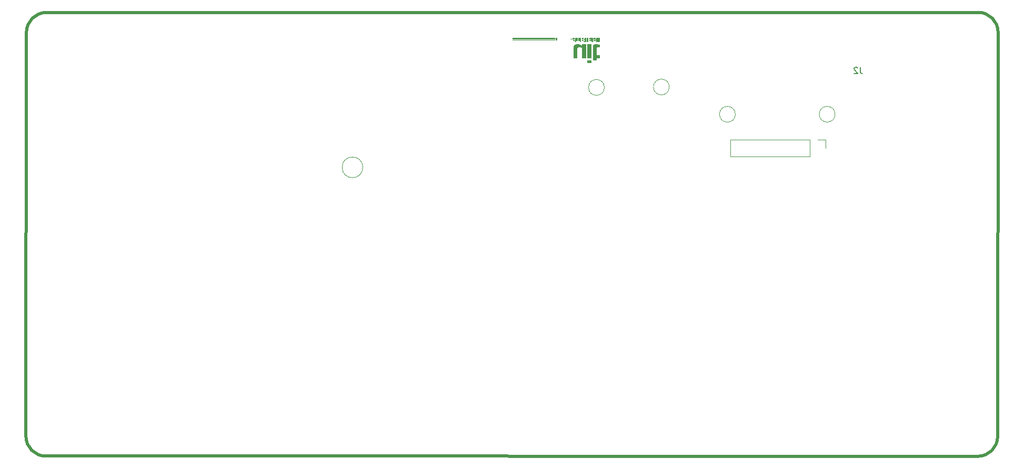
<source format=gbr>
%TF.GenerationSoftware,KiCad,Pcbnew,(7.0.0)*%
%TF.CreationDate,2024-03-05T16:37:59-05:00*%
%TF.ProjectId,C1,43312e6b-6963-4616-945f-706362585858,rev?*%
%TF.SameCoordinates,Original*%
%TF.FileFunction,Legend,Bot*%
%TF.FilePolarity,Positive*%
%FSLAX46Y46*%
G04 Gerber Fmt 4.6, Leading zero omitted, Abs format (unit mm)*
G04 Created by KiCad (PCBNEW (7.0.0)) date 2024-03-05 16:37:59*
%MOMM*%
%LPD*%
G01*
G04 APERTURE LIST*
%ADD10C,0.150000*%
%ADD11C,0.120000*%
%TA.AperFunction,Profile*%
%ADD12C,0.100000*%
%TD*%
%TA.AperFunction,Profile*%
%ADD13C,0.500000*%
%TD*%
G04 APERTURE END LIST*
D10*
%TO.C,J2*%
X201303333Y-68607380D02*
X201303333Y-69321666D01*
X201303333Y-69321666D02*
X201350952Y-69464523D01*
X201350952Y-69464523D02*
X201446190Y-69559761D01*
X201446190Y-69559761D02*
X201589047Y-69607380D01*
X201589047Y-69607380D02*
X201684285Y-69607380D01*
X200874761Y-68702619D02*
X200827142Y-68655000D01*
X200827142Y-68655000D02*
X200731904Y-68607380D01*
X200731904Y-68607380D02*
X200493809Y-68607380D01*
X200493809Y-68607380D02*
X200398571Y-68655000D01*
X200398571Y-68655000D02*
X200350952Y-68702619D01*
X200350952Y-68702619D02*
X200303333Y-68797857D01*
X200303333Y-68797857D02*
X200303333Y-68893095D01*
X200303333Y-68893095D02*
X200350952Y-69035952D01*
X200350952Y-69035952D02*
X200922380Y-69607380D01*
X200922380Y-69607380D02*
X200303333Y-69607380D01*
%TO.C,J3*%
G36*
X152222700Y-63913100D02*
G01*
X145383000Y-63913100D01*
X145383000Y-63896300D01*
X152222700Y-63896300D01*
X152222700Y-63913100D01*
G37*
G36*
X152222700Y-63929800D02*
G01*
X145383000Y-63929800D01*
X145383000Y-63913100D01*
X152222700Y-63913100D01*
X152222700Y-63929800D01*
G37*
G36*
X152222700Y-63946600D02*
G01*
X145383000Y-63946600D01*
X145383000Y-63929800D01*
X152222700Y-63929800D01*
X152222700Y-63946600D01*
G37*
G36*
X152222700Y-63963400D02*
G01*
X145383000Y-63963400D01*
X145383000Y-63946600D01*
X152222700Y-63946600D01*
X152222700Y-63963400D01*
G37*
G36*
X152222700Y-63996900D02*
G01*
X145383000Y-63996900D01*
X145383000Y-63980100D01*
X152222700Y-63980100D01*
X152222700Y-63996900D01*
G37*
G36*
X152222700Y-64013700D02*
G01*
X145383000Y-64013700D01*
X145383000Y-63996900D01*
X152222700Y-63996900D01*
X152222700Y-64013700D01*
G37*
G36*
X152222700Y-64030400D02*
G01*
X145383000Y-64030400D01*
X145383000Y-64013700D01*
X152222700Y-64013700D01*
X152222700Y-64030400D01*
G37*
G36*
X152222700Y-64047200D02*
G01*
X145383000Y-64047200D01*
X145383000Y-64030400D01*
X152222700Y-64030400D01*
X152222700Y-64047200D01*
G37*
G36*
X152222700Y-64064000D02*
G01*
X145383000Y-64064000D01*
X145383000Y-64047200D01*
X152222700Y-64047200D01*
X152222700Y-64064000D01*
G37*
G36*
X152222700Y-64080700D02*
G01*
X145383000Y-64080700D01*
X145383000Y-64064000D01*
X152222700Y-64064000D01*
X152222700Y-64080700D01*
G37*
G36*
X152222700Y-64097500D02*
G01*
X145383000Y-64097500D01*
X145383000Y-64080700D01*
X152222700Y-64080700D01*
X152222700Y-64097500D01*
G37*
G36*
X152222700Y-64114300D02*
G01*
X145383000Y-64114300D01*
X145383000Y-64097500D01*
X152222700Y-64097500D01*
X152222700Y-64114300D01*
G37*
G36*
X152222700Y-64131000D02*
G01*
X145383000Y-64131000D01*
X145383000Y-64114300D01*
X152222700Y-64114300D01*
X152222700Y-64131000D01*
G37*
G36*
X152222700Y-64147800D02*
G01*
X145383000Y-64147800D01*
X145383000Y-64131000D01*
X152222700Y-64131000D01*
X152222700Y-64147800D01*
G37*
G36*
X152222700Y-64181300D02*
G01*
X145383000Y-64181300D01*
X145383000Y-64164500D01*
X152222700Y-64164500D01*
X152222700Y-64181300D01*
G37*
G36*
X152222700Y-64198100D02*
G01*
X145383000Y-64198100D01*
X145383000Y-64181300D01*
X152222700Y-64181300D01*
X152222700Y-64198100D01*
G37*
G36*
X152222700Y-64214800D02*
G01*
X145383000Y-64214800D01*
X145383000Y-64198100D01*
X152222700Y-64198100D01*
X152222700Y-64214800D01*
G37*
G36*
X152222700Y-64231600D02*
G01*
X145383000Y-64231600D01*
X145383000Y-64214800D01*
X152222700Y-64214800D01*
X152222700Y-64231600D01*
G37*
G36*
X152222700Y-64248400D02*
G01*
X145383000Y-64248400D01*
X145383000Y-64231600D01*
X152222700Y-64231600D01*
X152222700Y-64248400D01*
G37*
G36*
X152222700Y-64265100D02*
G01*
X145383000Y-64265100D01*
X145383000Y-64248400D01*
X152222700Y-64248400D01*
X152222700Y-64265100D01*
G37*
G36*
X152222700Y-64281900D02*
G01*
X145383000Y-64281900D01*
X145383000Y-64265100D01*
X152222700Y-64265100D01*
X152222700Y-64281900D01*
G37*
G36*
X152591600Y-63913100D02*
G01*
X152323300Y-63913100D01*
X152323300Y-63896300D01*
X152591600Y-63896300D01*
X152591600Y-63913100D01*
G37*
G36*
X152591600Y-63929800D02*
G01*
X152323300Y-63929800D01*
X152323300Y-63913100D01*
X152591600Y-63913100D01*
X152591600Y-63929800D01*
G37*
G36*
X152591600Y-63946600D02*
G01*
X152323300Y-63946600D01*
X152323300Y-63929800D01*
X152591600Y-63929800D01*
X152591600Y-63946600D01*
G37*
G36*
X152591600Y-63963400D02*
G01*
X152323300Y-63963400D01*
X152323300Y-63946600D01*
X152591600Y-63946600D01*
X152591600Y-63963400D01*
G37*
G36*
X152591600Y-63980100D02*
G01*
X152323300Y-63980100D01*
X152323300Y-63963400D01*
X152591600Y-63963400D01*
X152591600Y-63980100D01*
G37*
G36*
X152591600Y-63996900D02*
G01*
X152323300Y-63996900D01*
X152323300Y-63980100D01*
X152591600Y-63980100D01*
X152591600Y-63996900D01*
G37*
G36*
X152591600Y-64013700D02*
G01*
X152323300Y-64013700D01*
X152323300Y-63996900D01*
X152591600Y-63996900D01*
X152591600Y-64013700D01*
G37*
G36*
X152591600Y-64030400D02*
G01*
X152323300Y-64030400D01*
X152323300Y-64013700D01*
X152591600Y-64013700D01*
X152591600Y-64030400D01*
G37*
G36*
X152591600Y-64064000D02*
G01*
X152323300Y-64064000D01*
X152323300Y-64047200D01*
X152591600Y-64047200D01*
X152591600Y-64064000D01*
G37*
G36*
X152591600Y-64080700D02*
G01*
X152323300Y-64080700D01*
X152323300Y-64064000D01*
X152591600Y-64064000D01*
X152591600Y-64080700D01*
G37*
G36*
X152591600Y-64097500D02*
G01*
X152323300Y-64097500D01*
X152323300Y-64080700D01*
X152591600Y-64080700D01*
X152591600Y-64097500D01*
G37*
G36*
X152591600Y-64114300D02*
G01*
X152323300Y-64114300D01*
X152323300Y-64097500D01*
X152591600Y-64097500D01*
X152591600Y-64114300D01*
G37*
G36*
X152591600Y-64147800D02*
G01*
X152323300Y-64147800D01*
X152323300Y-64131000D01*
X152591600Y-64131000D01*
X152591600Y-64147800D01*
G37*
G36*
X152591600Y-64164500D02*
G01*
X152323300Y-64164500D01*
X152323300Y-64147800D01*
X152591600Y-64147800D01*
X152591600Y-64164500D01*
G37*
G36*
X152591600Y-64181300D02*
G01*
X152323300Y-64181300D01*
X152323300Y-64164500D01*
X152591600Y-64164500D01*
X152591600Y-64181300D01*
G37*
G36*
X152591600Y-64198100D02*
G01*
X152323300Y-64198100D01*
X152323300Y-64181300D01*
X152591600Y-64181300D01*
X152591600Y-64198100D01*
G37*
G36*
X152591600Y-64214800D02*
G01*
X152323300Y-64214800D01*
X152323300Y-64198100D01*
X152591600Y-64198100D01*
X152591600Y-64214800D01*
G37*
G36*
X152591600Y-64231600D02*
G01*
X152323300Y-64231600D01*
X152323300Y-64214800D01*
X152591600Y-64214800D01*
X152591600Y-64231600D01*
G37*
G36*
X152591600Y-64248400D02*
G01*
X152323300Y-64248400D01*
X152323300Y-64231600D01*
X152591600Y-64231600D01*
X152591600Y-64248400D01*
G37*
G36*
X152591600Y-64265100D02*
G01*
X152323300Y-64265100D01*
X152323300Y-64248400D01*
X152591600Y-64248400D01*
X152591600Y-64265100D01*
G37*
G36*
X152591600Y-64281900D02*
G01*
X152323300Y-64281900D01*
X152323300Y-64265100D01*
X152591600Y-64265100D01*
X152591600Y-64281900D01*
G37*
G36*
X155357600Y-64030400D02*
G01*
X154687100Y-64030400D01*
X154687100Y-64013700D01*
X155357600Y-64013700D01*
X155357600Y-64030400D01*
G37*
G36*
X155357600Y-64047200D02*
G01*
X154687100Y-64047200D01*
X154687100Y-64030400D01*
X155357600Y-64030400D01*
X155357600Y-64047200D01*
G37*
G36*
X155357600Y-64064000D02*
G01*
X154687100Y-64064000D01*
X154687100Y-64047200D01*
X155357600Y-64047200D01*
X155357600Y-64064000D01*
G37*
G36*
X155357600Y-64080700D02*
G01*
X154687100Y-64080700D01*
X154687100Y-64064000D01*
X155357600Y-64064000D01*
X155357600Y-64080700D01*
G37*
G36*
X155324100Y-64097500D02*
G01*
X154687100Y-64097500D01*
X154687100Y-64080700D01*
X155324100Y-64080700D01*
X155324100Y-64097500D01*
G37*
G36*
X155357600Y-63946600D02*
G01*
X155039100Y-63946600D01*
X155039100Y-63929800D01*
X155357600Y-63929800D01*
X155357600Y-63946600D01*
G37*
G36*
X155357600Y-63963400D02*
G01*
X155039100Y-63963400D01*
X155039100Y-63946600D01*
X155357600Y-63946600D01*
X155357600Y-63963400D01*
G37*
G36*
X155357600Y-63980100D02*
G01*
X155039100Y-63980100D01*
X155039100Y-63963400D01*
X155357600Y-63963400D01*
X155357600Y-63980100D01*
G37*
G36*
X155357600Y-63996900D02*
G01*
X155039100Y-63996900D01*
X155039100Y-63980100D01*
X155357600Y-63980100D01*
X155357600Y-63996900D01*
G37*
G36*
X155357600Y-64013700D02*
G01*
X155039100Y-64013700D01*
X155039100Y-63996900D01*
X155357600Y-63996900D01*
X155357600Y-64013700D01*
G37*
G36*
X155357600Y-63913100D02*
G01*
X155055900Y-63913100D01*
X155055900Y-63896300D01*
X155357600Y-63896300D01*
X155357600Y-63913100D01*
G37*
G36*
X155357600Y-63929800D02*
G01*
X155055900Y-63929800D01*
X155055900Y-63913100D01*
X155357600Y-63913100D01*
X155357600Y-63929800D01*
G37*
G36*
X155877300Y-64231600D02*
G01*
X155055900Y-64231600D01*
X155055900Y-64214800D01*
X155877300Y-64214800D01*
X155877300Y-64231600D01*
G37*
G36*
X155877300Y-64248400D02*
G01*
X155055900Y-64248400D01*
X155055900Y-64231600D01*
X155877300Y-64231600D01*
X155877300Y-64248400D01*
G37*
G36*
X155877300Y-64265100D02*
G01*
X155055900Y-64265100D01*
X155055900Y-64248400D01*
X155877300Y-64248400D01*
X155877300Y-64265100D01*
G37*
G36*
X155877300Y-64281900D02*
G01*
X155055900Y-64281900D01*
X155055900Y-64265100D01*
X155877300Y-64265100D01*
X155877300Y-64281900D01*
G37*
G36*
X155877300Y-64298700D02*
G01*
X155055900Y-64298700D01*
X155055900Y-64281900D01*
X155877300Y-64281900D01*
X155877300Y-64298700D01*
G37*
G36*
X155357600Y-64315400D02*
G01*
X155055900Y-64315400D01*
X155055900Y-64298700D01*
X155357600Y-64298700D01*
X155357600Y-64315400D01*
G37*
G36*
X155340800Y-64332200D02*
G01*
X155055900Y-64332200D01*
X155055900Y-64315400D01*
X155340800Y-64315400D01*
X155340800Y-64332200D01*
G37*
G36*
X155340800Y-64348900D02*
G01*
X155055900Y-64348900D01*
X155055900Y-64332200D01*
X155340800Y-64332200D01*
X155340800Y-64348900D01*
G37*
G36*
X155340800Y-64365700D02*
G01*
X155055900Y-64365700D01*
X155055900Y-64348900D01*
X155340800Y-64348900D01*
X155340800Y-64365700D01*
G37*
G36*
X155340800Y-64382500D02*
G01*
X155055900Y-64382500D01*
X155055900Y-64365700D01*
X155340800Y-64365700D01*
X155340800Y-64382500D01*
G37*
G36*
X155340800Y-64399200D02*
G01*
X155055900Y-64399200D01*
X155055900Y-64382500D01*
X155340800Y-64382500D01*
X155340800Y-64399200D01*
G37*
G36*
X155877300Y-64214800D02*
G01*
X155139700Y-64214800D01*
X155139700Y-64198100D01*
X155877300Y-64198100D01*
X155877300Y-64214800D01*
G37*
G36*
X157201700Y-65405100D02*
G01*
X155173200Y-65405100D01*
X155173200Y-65388300D01*
X157201700Y-65388300D01*
X157201700Y-65405100D01*
G37*
G36*
X157201700Y-65421800D02*
G01*
X155173200Y-65421800D01*
X155173200Y-65405100D01*
X157201700Y-65405100D01*
X157201700Y-65421800D01*
G37*
G36*
X155927600Y-65438600D02*
G01*
X155173200Y-65438600D01*
X155173200Y-65421800D01*
X155927600Y-65421800D01*
X155927600Y-65438600D01*
G37*
G36*
X155877300Y-65455400D02*
G01*
X155173200Y-65455400D01*
X155173200Y-65438600D01*
X155877300Y-65438600D01*
X155877300Y-65455400D01*
G37*
G36*
X155860500Y-65472100D02*
G01*
X155173200Y-65472100D01*
X155173200Y-65455400D01*
X155860500Y-65455400D01*
X155860500Y-65472100D01*
G37*
G36*
X155843800Y-65488900D02*
G01*
X155173200Y-65488900D01*
X155173200Y-65472100D01*
X155843800Y-65472100D01*
X155843800Y-65488900D01*
G37*
G36*
X155843800Y-65505700D02*
G01*
X155173200Y-65505700D01*
X155173200Y-65488900D01*
X155843800Y-65488900D01*
X155843800Y-65505700D01*
G37*
G36*
X155827000Y-65522400D02*
G01*
X155173200Y-65522400D01*
X155173200Y-65505700D01*
X155827000Y-65505700D01*
X155827000Y-65522400D01*
G37*
G36*
X155827000Y-65539200D02*
G01*
X155173200Y-65539200D01*
X155173200Y-65522400D01*
X155827000Y-65522400D01*
X155827000Y-65539200D01*
G37*
G36*
X155827000Y-65556000D02*
G01*
X155173200Y-65556000D01*
X155173200Y-65539200D01*
X155827000Y-65539200D01*
X155827000Y-65556000D01*
G37*
G36*
X155827000Y-65572700D02*
G01*
X155173200Y-65572700D01*
X155173200Y-65556000D01*
X155827000Y-65556000D01*
X155827000Y-65572700D01*
G37*
G36*
X155827000Y-65589500D02*
G01*
X155173200Y-65589500D01*
X155173200Y-65572700D01*
X155827000Y-65572700D01*
X155827000Y-65589500D01*
G37*
G36*
X155810200Y-65606200D02*
G01*
X155173200Y-65606200D01*
X155173200Y-65589500D01*
X155810200Y-65589500D01*
X155810200Y-65606200D01*
G37*
G36*
X155810200Y-65623000D02*
G01*
X155173200Y-65623000D01*
X155173200Y-65606200D01*
X155810200Y-65606200D01*
X155810200Y-65623000D01*
G37*
G36*
X155810200Y-65639800D02*
G01*
X155173200Y-65639800D01*
X155173200Y-65623000D01*
X155810200Y-65623000D01*
X155810200Y-65639800D01*
G37*
G36*
X155810200Y-65656500D02*
G01*
X155173200Y-65656500D01*
X155173200Y-65639800D01*
X155810200Y-65639800D01*
X155810200Y-65656500D01*
G37*
G36*
X155810200Y-65673300D02*
G01*
X155173200Y-65673300D01*
X155173200Y-65656500D01*
X155810200Y-65656500D01*
X155810200Y-65673300D01*
G37*
G36*
X155810200Y-65690100D02*
G01*
X155173200Y-65690100D01*
X155173200Y-65673300D01*
X155810200Y-65673300D01*
X155810200Y-65690100D01*
G37*
G36*
X155810200Y-65706800D02*
G01*
X155173200Y-65706800D01*
X155173200Y-65690100D01*
X155810200Y-65690100D01*
X155810200Y-65706800D01*
G37*
G36*
X155810200Y-65723600D02*
G01*
X155173200Y-65723600D01*
X155173200Y-65706800D01*
X155810200Y-65706800D01*
X155810200Y-65723600D01*
G37*
G36*
X155810200Y-65740400D02*
G01*
X155173200Y-65740400D01*
X155173200Y-65723600D01*
X155810200Y-65723600D01*
X155810200Y-65740400D01*
G37*
G36*
X155810200Y-65757100D02*
G01*
X155173200Y-65757100D01*
X155173200Y-65740400D01*
X155810200Y-65740400D01*
X155810200Y-65757100D01*
G37*
G36*
X155810200Y-65773900D02*
G01*
X155173200Y-65773900D01*
X155173200Y-65757100D01*
X155810200Y-65757100D01*
X155810200Y-65773900D01*
G37*
G36*
X155810200Y-65790700D02*
G01*
X155173200Y-65790700D01*
X155173200Y-65773900D01*
X155810200Y-65773900D01*
X155810200Y-65790700D01*
G37*
G36*
X155810200Y-65807400D02*
G01*
X155173200Y-65807400D01*
X155173200Y-65790700D01*
X155810200Y-65790700D01*
X155810200Y-65807400D01*
G37*
G36*
X155810200Y-65824200D02*
G01*
X155173200Y-65824200D01*
X155173200Y-65807400D01*
X155810200Y-65807400D01*
X155810200Y-65824200D01*
G37*
G36*
X155810200Y-65840900D02*
G01*
X155173200Y-65840900D01*
X155173200Y-65824200D01*
X155810200Y-65824200D01*
X155810200Y-65840900D01*
G37*
G36*
X155810200Y-65857700D02*
G01*
X155173200Y-65857700D01*
X155173200Y-65840900D01*
X155810200Y-65840900D01*
X155810200Y-65857700D01*
G37*
G36*
X155810200Y-65874500D02*
G01*
X155173200Y-65874500D01*
X155173200Y-65857700D01*
X155810200Y-65857700D01*
X155810200Y-65874500D01*
G37*
G36*
X155810200Y-65891200D02*
G01*
X155173200Y-65891200D01*
X155173200Y-65874500D01*
X155810200Y-65874500D01*
X155810200Y-65891200D01*
G37*
G36*
X155810200Y-65908000D02*
G01*
X155173200Y-65908000D01*
X155173200Y-65891200D01*
X155810200Y-65891200D01*
X155810200Y-65908000D01*
G37*
G36*
X155810200Y-65924800D02*
G01*
X155173200Y-65924800D01*
X155173200Y-65908000D01*
X155810200Y-65908000D01*
X155810200Y-65924800D01*
G37*
G36*
X155810200Y-65941500D02*
G01*
X155173200Y-65941500D01*
X155173200Y-65924800D01*
X155810200Y-65924800D01*
X155810200Y-65941500D01*
G37*
G36*
X155810200Y-65958300D02*
G01*
X155173200Y-65958300D01*
X155173200Y-65941500D01*
X155810200Y-65941500D01*
X155810200Y-65958300D01*
G37*
G36*
X155810200Y-65975100D02*
G01*
X155173200Y-65975100D01*
X155173200Y-65958300D01*
X155810200Y-65958300D01*
X155810200Y-65975100D01*
G37*
G36*
X155810200Y-65991800D02*
G01*
X155173200Y-65991800D01*
X155173200Y-65975100D01*
X155810200Y-65975100D01*
X155810200Y-65991800D01*
G37*
G36*
X155810200Y-66008600D02*
G01*
X155173200Y-66008600D01*
X155173200Y-65991800D01*
X155810200Y-65991800D01*
X155810200Y-66008600D01*
G37*
G36*
X155810200Y-66025300D02*
G01*
X155173200Y-66025300D01*
X155173200Y-66008600D01*
X155810200Y-66008600D01*
X155810200Y-66025300D01*
G37*
G36*
X155810200Y-66042100D02*
G01*
X155173200Y-66042100D01*
X155173200Y-66025300D01*
X155810200Y-66025300D01*
X155810200Y-66042100D01*
G37*
G36*
X155810200Y-66058900D02*
G01*
X155173200Y-66058900D01*
X155173200Y-66042100D01*
X155810200Y-66042100D01*
X155810200Y-66058900D01*
G37*
G36*
X155810200Y-66075600D02*
G01*
X155173200Y-66075600D01*
X155173200Y-66058900D01*
X155810200Y-66058900D01*
X155810200Y-66075600D01*
G37*
G36*
X155810200Y-66092400D02*
G01*
X155173200Y-66092400D01*
X155173200Y-66075600D01*
X155810200Y-66075600D01*
X155810200Y-66092400D01*
G37*
G36*
X155810200Y-66109200D02*
G01*
X155173200Y-66109200D01*
X155173200Y-66092400D01*
X155810200Y-66092400D01*
X155810200Y-66109200D01*
G37*
G36*
X155810200Y-66125900D02*
G01*
X155173200Y-66125900D01*
X155173200Y-66109200D01*
X155810200Y-66109200D01*
X155810200Y-66125900D01*
G37*
G36*
X155810200Y-66142700D02*
G01*
X155173200Y-66142700D01*
X155173200Y-66125900D01*
X155810200Y-66125900D01*
X155810200Y-66142700D01*
G37*
G36*
X155810200Y-66159500D02*
G01*
X155173200Y-66159500D01*
X155173200Y-66142700D01*
X155810200Y-66142700D01*
X155810200Y-66159500D01*
G37*
G36*
X155810200Y-66176200D02*
G01*
X155173200Y-66176200D01*
X155173200Y-66159500D01*
X155810200Y-66159500D01*
X155810200Y-66176200D01*
G37*
G36*
X155810200Y-66193000D02*
G01*
X155173200Y-66193000D01*
X155173200Y-66176200D01*
X155810200Y-66176200D01*
X155810200Y-66193000D01*
G37*
G36*
X155810200Y-66209800D02*
G01*
X155173200Y-66209800D01*
X155173200Y-66193000D01*
X155810200Y-66193000D01*
X155810200Y-66209800D01*
G37*
G36*
X155810200Y-66226500D02*
G01*
X155173200Y-66226500D01*
X155173200Y-66209800D01*
X155810200Y-66209800D01*
X155810200Y-66226500D01*
G37*
G36*
X155810200Y-66243300D02*
G01*
X155173200Y-66243300D01*
X155173200Y-66226500D01*
X155810200Y-66226500D01*
X155810200Y-66243300D01*
G37*
G36*
X155810200Y-66260000D02*
G01*
X155173200Y-66260000D01*
X155173200Y-66243300D01*
X155810200Y-66243300D01*
X155810200Y-66260000D01*
G37*
G36*
X155810200Y-66276800D02*
G01*
X155173200Y-66276800D01*
X155173200Y-66260000D01*
X155810200Y-66260000D01*
X155810200Y-66276800D01*
G37*
G36*
X155810200Y-66293600D02*
G01*
X155173200Y-66293600D01*
X155173200Y-66276800D01*
X155810200Y-66276800D01*
X155810200Y-66293600D01*
G37*
G36*
X155810200Y-66310300D02*
G01*
X155173200Y-66310300D01*
X155173200Y-66293600D01*
X155810200Y-66293600D01*
X155810200Y-66310300D01*
G37*
G36*
X155810200Y-66327100D02*
G01*
X155173200Y-66327100D01*
X155173200Y-66310300D01*
X155810200Y-66310300D01*
X155810200Y-66327100D01*
G37*
G36*
X155810200Y-66343900D02*
G01*
X155173200Y-66343900D01*
X155173200Y-66327100D01*
X155810200Y-66327100D01*
X155810200Y-66343900D01*
G37*
G36*
X155810200Y-66360600D02*
G01*
X155173200Y-66360600D01*
X155173200Y-66343900D01*
X155810200Y-66343900D01*
X155810200Y-66360600D01*
G37*
G36*
X155810200Y-66377400D02*
G01*
X155173200Y-66377400D01*
X155173200Y-66360600D01*
X155810200Y-66360600D01*
X155810200Y-66377400D01*
G37*
G36*
X155810200Y-66394200D02*
G01*
X155173200Y-66394200D01*
X155173200Y-66377400D01*
X155810200Y-66377400D01*
X155810200Y-66394200D01*
G37*
G36*
X155810200Y-66410900D02*
G01*
X155173200Y-66410900D01*
X155173200Y-66394200D01*
X155810200Y-66394200D01*
X155810200Y-66410900D01*
G37*
G36*
X155810200Y-66427700D02*
G01*
X155173200Y-66427700D01*
X155173200Y-66410900D01*
X155810200Y-66410900D01*
X155810200Y-66427700D01*
G37*
G36*
X155810200Y-66444400D02*
G01*
X155173200Y-66444400D01*
X155173200Y-66427700D01*
X155810200Y-66427700D01*
X155810200Y-66444400D01*
G37*
G36*
X155810200Y-66461200D02*
G01*
X155173200Y-66461200D01*
X155173200Y-66444400D01*
X155810200Y-66444400D01*
X155810200Y-66461200D01*
G37*
G36*
X155810200Y-66478000D02*
G01*
X155173200Y-66478000D01*
X155173200Y-66461200D01*
X155810200Y-66461200D01*
X155810200Y-66478000D01*
G37*
G36*
X155810200Y-66494700D02*
G01*
X155173200Y-66494700D01*
X155173200Y-66478000D01*
X155810200Y-66478000D01*
X155810200Y-66494700D01*
G37*
G36*
X155810200Y-66511500D02*
G01*
X155173200Y-66511500D01*
X155173200Y-66494700D01*
X155810200Y-66494700D01*
X155810200Y-66511500D01*
G37*
G36*
X155810200Y-66528300D02*
G01*
X155173200Y-66528300D01*
X155173200Y-66511500D01*
X155810200Y-66511500D01*
X155810200Y-66528300D01*
G37*
G36*
X155810200Y-66545000D02*
G01*
X155173200Y-66545000D01*
X155173200Y-66528300D01*
X155810200Y-66528300D01*
X155810200Y-66545000D01*
G37*
G36*
X155810200Y-66561800D02*
G01*
X155173200Y-66561800D01*
X155173200Y-66545000D01*
X155810200Y-66545000D01*
X155810200Y-66561800D01*
G37*
G36*
X155810200Y-66578600D02*
G01*
X155173200Y-66578600D01*
X155173200Y-66561800D01*
X155810200Y-66561800D01*
X155810200Y-66578600D01*
G37*
G36*
X155810200Y-66595300D02*
G01*
X155173200Y-66595300D01*
X155173200Y-66578600D01*
X155810200Y-66578600D01*
X155810200Y-66595300D01*
G37*
G36*
X155810200Y-66612100D02*
G01*
X155173200Y-66612100D01*
X155173200Y-66595300D01*
X155810200Y-66595300D01*
X155810200Y-66612100D01*
G37*
G36*
X155810200Y-66628900D02*
G01*
X155173200Y-66628900D01*
X155173200Y-66612100D01*
X155810200Y-66612100D01*
X155810200Y-66628900D01*
G37*
G36*
X155810200Y-66645600D02*
G01*
X155173200Y-66645600D01*
X155173200Y-66628900D01*
X155810200Y-66628900D01*
X155810200Y-66645600D01*
G37*
G36*
X155810200Y-66662400D02*
G01*
X155173200Y-66662400D01*
X155173200Y-66645600D01*
X155810200Y-66645600D01*
X155810200Y-66662400D01*
G37*
G36*
X155810200Y-66679100D02*
G01*
X155173200Y-66679100D01*
X155173200Y-66662400D01*
X155810200Y-66662400D01*
X155810200Y-66679100D01*
G37*
G36*
X155810200Y-66695900D02*
G01*
X155173200Y-66695900D01*
X155173200Y-66679100D01*
X155810200Y-66679100D01*
X155810200Y-66695900D01*
G37*
G36*
X155810200Y-66712700D02*
G01*
X155173200Y-66712700D01*
X155173200Y-66695900D01*
X155810200Y-66695900D01*
X155810200Y-66712700D01*
G37*
G36*
X155810200Y-66729400D02*
G01*
X155173200Y-66729400D01*
X155173200Y-66712700D01*
X155810200Y-66712700D01*
X155810200Y-66729400D01*
G37*
G36*
X155810200Y-66746200D02*
G01*
X155173200Y-66746200D01*
X155173200Y-66729400D01*
X155810200Y-66729400D01*
X155810200Y-66746200D01*
G37*
G36*
X155810200Y-66763000D02*
G01*
X155173200Y-66763000D01*
X155173200Y-66746200D01*
X155810200Y-66746200D01*
X155810200Y-66763000D01*
G37*
G36*
X155810200Y-66779700D02*
G01*
X155173200Y-66779700D01*
X155173200Y-66763000D01*
X155810200Y-66763000D01*
X155810200Y-66779700D01*
G37*
G36*
X155810200Y-66796500D02*
G01*
X155173200Y-66796500D01*
X155173200Y-66779700D01*
X155810200Y-66779700D01*
X155810200Y-66796500D01*
G37*
G36*
X155810200Y-66813300D02*
G01*
X155173200Y-66813300D01*
X155173200Y-66796500D01*
X155810200Y-66796500D01*
X155810200Y-66813300D01*
G37*
G36*
X155810200Y-66830000D02*
G01*
X155173200Y-66830000D01*
X155173200Y-66813300D01*
X155810200Y-66813300D01*
X155810200Y-66830000D01*
G37*
G36*
X155810200Y-66846800D02*
G01*
X155173200Y-66846800D01*
X155173200Y-66830000D01*
X155810200Y-66830000D01*
X155810200Y-66846800D01*
G37*
G36*
X155810200Y-66863500D02*
G01*
X155173200Y-66863500D01*
X155173200Y-66846800D01*
X155810200Y-66846800D01*
X155810200Y-66863500D01*
G37*
G36*
X155810200Y-66880300D02*
G01*
X155173200Y-66880300D01*
X155173200Y-66863500D01*
X155810200Y-66863500D01*
X155810200Y-66880300D01*
G37*
G36*
X155810200Y-66897100D02*
G01*
X155173200Y-66897100D01*
X155173200Y-66880300D01*
X155810200Y-66880300D01*
X155810200Y-66897100D01*
G37*
G36*
X155810200Y-66913800D02*
G01*
X155173200Y-66913800D01*
X155173200Y-66897100D01*
X155810200Y-66897100D01*
X155810200Y-66913800D01*
G37*
G36*
X155810200Y-66930600D02*
G01*
X155173200Y-66930600D01*
X155173200Y-66913800D01*
X155810200Y-66913800D01*
X155810200Y-66930600D01*
G37*
G36*
X155810200Y-66947400D02*
G01*
X155173200Y-66947400D01*
X155173200Y-66930600D01*
X155810200Y-66930600D01*
X155810200Y-66947400D01*
G37*
G36*
X155810200Y-66964100D02*
G01*
X155173200Y-66964100D01*
X155173200Y-66947400D01*
X155810200Y-66947400D01*
X155810200Y-66964100D01*
G37*
G36*
X155810200Y-66980900D02*
G01*
X155173200Y-66980900D01*
X155173200Y-66964100D01*
X155810200Y-66964100D01*
X155810200Y-66980900D01*
G37*
G36*
X155810200Y-66997700D02*
G01*
X155173200Y-66997700D01*
X155173200Y-66980900D01*
X155810200Y-66980900D01*
X155810200Y-66997700D01*
G37*
G36*
X155810200Y-67014400D02*
G01*
X155173200Y-67014400D01*
X155173200Y-66997700D01*
X155810200Y-66997700D01*
X155810200Y-67014400D01*
G37*
G36*
X155810200Y-67031200D02*
G01*
X155173200Y-67031200D01*
X155173200Y-67014400D01*
X155810200Y-67014400D01*
X155810200Y-67031200D01*
G37*
G36*
X155810200Y-67048000D02*
G01*
X155173200Y-67048000D01*
X155173200Y-67031200D01*
X155810200Y-67031200D01*
X155810200Y-67048000D01*
G37*
G36*
X155810200Y-67064700D02*
G01*
X155173200Y-67064700D01*
X155173200Y-67048000D01*
X155810200Y-67048000D01*
X155810200Y-67064700D01*
G37*
G36*
X155810200Y-67081500D02*
G01*
X155173200Y-67081500D01*
X155173200Y-67064700D01*
X155810200Y-67064700D01*
X155810200Y-67081500D01*
G37*
G36*
X155810200Y-67098200D02*
G01*
X155173200Y-67098200D01*
X155173200Y-67081500D01*
X155810200Y-67081500D01*
X155810200Y-67098200D01*
G37*
G36*
X155810200Y-67115000D02*
G01*
X155173200Y-67115000D01*
X155173200Y-67098200D01*
X155810200Y-67098200D01*
X155810200Y-67115000D01*
G37*
G36*
X155810200Y-67131800D02*
G01*
X155173200Y-67131800D01*
X155173200Y-67115000D01*
X155810200Y-67115000D01*
X155810200Y-67131800D01*
G37*
G36*
X155810200Y-67148500D02*
G01*
X155173200Y-67148500D01*
X155173200Y-67131800D01*
X155810200Y-67131800D01*
X155810200Y-67148500D01*
G37*
G36*
X155810200Y-67165300D02*
G01*
X155173200Y-67165300D01*
X155173200Y-67148500D01*
X155810200Y-67148500D01*
X155810200Y-67165300D01*
G37*
G36*
X157201700Y-65254200D02*
G01*
X155190000Y-65254200D01*
X155190000Y-65237400D01*
X157201700Y-65237400D01*
X157201700Y-65254200D01*
G37*
G36*
X157201700Y-65271000D02*
G01*
X155190000Y-65271000D01*
X155190000Y-65254200D01*
X157201700Y-65254200D01*
X157201700Y-65271000D01*
G37*
G36*
X157201700Y-65287700D02*
G01*
X155190000Y-65287700D01*
X155190000Y-65271000D01*
X157201700Y-65271000D01*
X157201700Y-65287700D01*
G37*
G36*
X157201700Y-65304500D02*
G01*
X155190000Y-65304500D01*
X155190000Y-65287700D01*
X157201700Y-65287700D01*
X157201700Y-65304500D01*
G37*
G36*
X157201700Y-65321300D02*
G01*
X155190000Y-65321300D01*
X155190000Y-65304500D01*
X157201700Y-65304500D01*
X157201700Y-65321300D01*
G37*
G36*
X157201700Y-65338000D02*
G01*
X155190000Y-65338000D01*
X155190000Y-65321300D01*
X157201700Y-65321300D01*
X157201700Y-65338000D01*
G37*
G36*
X157201700Y-65354800D02*
G01*
X155190000Y-65354800D01*
X155190000Y-65338000D01*
X157201700Y-65338000D01*
X157201700Y-65354800D01*
G37*
G36*
X157201700Y-65371600D02*
G01*
X155190000Y-65371600D01*
X155190000Y-65354800D01*
X157201700Y-65354800D01*
X157201700Y-65371600D01*
G37*
G36*
X157201700Y-65388300D02*
G01*
X155190000Y-65388300D01*
X155190000Y-65371600D01*
X157201700Y-65371600D01*
X157201700Y-65388300D01*
G37*
G36*
X156547900Y-65187100D02*
G01*
X155206700Y-65187100D01*
X155206700Y-65170400D01*
X156547900Y-65170400D01*
X156547900Y-65187100D01*
G37*
G36*
X157201700Y-65203900D02*
G01*
X155206700Y-65203900D01*
X155206700Y-65187100D01*
X157201700Y-65187100D01*
X157201700Y-65203900D01*
G37*
G36*
X157201700Y-65220700D02*
G01*
X155206700Y-65220700D01*
X155206700Y-65203900D01*
X157201700Y-65203900D01*
X157201700Y-65220700D01*
G37*
G36*
X157201700Y-65237400D02*
G01*
X155206700Y-65237400D01*
X155206700Y-65220700D01*
X157201700Y-65220700D01*
X157201700Y-65237400D01*
G37*
G36*
X156497600Y-65153600D02*
G01*
X155223500Y-65153600D01*
X155223500Y-65136900D01*
X156497600Y-65136900D01*
X156497600Y-65153600D01*
G37*
G36*
X156531100Y-65170400D02*
G01*
X155223500Y-65170400D01*
X155223500Y-65153600D01*
X156531100Y-65153600D01*
X156531100Y-65170400D01*
G37*
G36*
X155877300Y-64198100D02*
G01*
X155240300Y-64198100D01*
X155240300Y-64181300D01*
X155877300Y-64181300D01*
X155877300Y-64198100D01*
G37*
G36*
X156464000Y-65120100D02*
G01*
X155240300Y-65120100D01*
X155240300Y-65103300D01*
X156464000Y-65103300D01*
X156464000Y-65120100D01*
G37*
G36*
X156497600Y-65136900D02*
G01*
X155240300Y-65136900D01*
X155240300Y-65120100D01*
X156497600Y-65120100D01*
X156497600Y-65136900D01*
G37*
G36*
X156430500Y-65086600D02*
G01*
X155257000Y-65086600D01*
X155257000Y-65069800D01*
X156430500Y-65069800D01*
X156430500Y-65086600D01*
G37*
G36*
X156447300Y-65103300D02*
G01*
X155257000Y-65103300D01*
X155257000Y-65086600D01*
X156447300Y-65086600D01*
X156447300Y-65103300D01*
G37*
G36*
X156397000Y-65069800D02*
G01*
X155273800Y-65069800D01*
X155273800Y-65053000D01*
X156397000Y-65053000D01*
X156397000Y-65069800D01*
G37*
G36*
X156380200Y-65053000D02*
G01*
X155290600Y-65053000D01*
X155290600Y-65036300D01*
X156380200Y-65036300D01*
X156380200Y-65053000D01*
G37*
G36*
X156363500Y-65036300D02*
G01*
X155307300Y-65036300D01*
X155307300Y-65019500D01*
X156363500Y-65019500D01*
X156363500Y-65036300D01*
G37*
G36*
X156346700Y-65019500D02*
G01*
X155324100Y-65019500D01*
X155324100Y-65002700D01*
X156346700Y-65002700D01*
X156346700Y-65019500D01*
G37*
G36*
X156313200Y-65002700D02*
G01*
X155340800Y-65002700D01*
X155340800Y-64986000D01*
X156313200Y-64986000D01*
X156313200Y-65002700D01*
G37*
G36*
X155642600Y-64499800D02*
G01*
X155357600Y-64499800D01*
X155357600Y-64483100D01*
X155642600Y-64483100D01*
X155642600Y-64499800D01*
G37*
G36*
X156296400Y-64986000D02*
G01*
X155357600Y-64986000D01*
X155357600Y-64969200D01*
X156296400Y-64969200D01*
X156296400Y-64986000D01*
G37*
G36*
X155877300Y-64181300D02*
G01*
X155391100Y-64181300D01*
X155391100Y-64164500D01*
X155877300Y-64164500D01*
X155877300Y-64181300D01*
G37*
G36*
X155642600Y-64483100D02*
G01*
X155391100Y-64483100D01*
X155391100Y-64466300D01*
X155642600Y-64466300D01*
X155642600Y-64483100D01*
G37*
G36*
X156262900Y-64969200D02*
G01*
X155391100Y-64969200D01*
X155391100Y-64952500D01*
X156262900Y-64952500D01*
X156262900Y-64969200D01*
G37*
G36*
X155642600Y-64466300D02*
G01*
X155407900Y-64466300D01*
X155407900Y-64449500D01*
X155642600Y-64449500D01*
X155642600Y-64466300D01*
G37*
G36*
X155877300Y-64164500D02*
G01*
X155424700Y-64164500D01*
X155424700Y-64147800D01*
X155877300Y-64147800D01*
X155877300Y-64164500D01*
G37*
G36*
X155642600Y-64449500D02*
G01*
X155424700Y-64449500D01*
X155424700Y-64432800D01*
X155642600Y-64432800D01*
X155642600Y-64449500D01*
G37*
G36*
X155877300Y-64131000D02*
G01*
X155441400Y-64131000D01*
X155441400Y-64114300D01*
X155877300Y-64114300D01*
X155877300Y-64131000D01*
G37*
G36*
X155877300Y-64147800D02*
G01*
X155441400Y-64147800D01*
X155441400Y-64131000D01*
X155877300Y-64131000D01*
X155877300Y-64147800D01*
G37*
G36*
X155877300Y-64315400D02*
G01*
X155441400Y-64315400D01*
X155441400Y-64298700D01*
X155877300Y-64298700D01*
X155877300Y-64315400D01*
G37*
G36*
X155877300Y-64332200D02*
G01*
X155441400Y-64332200D01*
X155441400Y-64315400D01*
X155877300Y-64315400D01*
X155877300Y-64332200D01*
G37*
G36*
X155877300Y-64348900D02*
G01*
X155441400Y-64348900D01*
X155441400Y-64332200D01*
X155877300Y-64332200D01*
X155877300Y-64348900D01*
G37*
G36*
X155877300Y-64365700D02*
G01*
X155441400Y-64365700D01*
X155441400Y-64348900D01*
X155877300Y-64348900D01*
X155877300Y-64365700D01*
G37*
G36*
X155877300Y-64382500D02*
G01*
X155441400Y-64382500D01*
X155441400Y-64365700D01*
X155877300Y-64365700D01*
X155877300Y-64382500D01*
G37*
G36*
X155877300Y-64399200D02*
G01*
X155441400Y-64399200D01*
X155441400Y-64382500D01*
X155877300Y-64382500D01*
X155877300Y-64399200D01*
G37*
G36*
X155642600Y-64416000D02*
G01*
X155441400Y-64416000D01*
X155441400Y-64399200D01*
X155642600Y-64399200D01*
X155642600Y-64416000D01*
G37*
G36*
X155642600Y-64432800D02*
G01*
X155441400Y-64432800D01*
X155441400Y-64416000D01*
X155642600Y-64416000D01*
X155642600Y-64432800D01*
G37*
G36*
X156212600Y-64952500D02*
G01*
X155441400Y-64952500D01*
X155441400Y-64935700D01*
X156212600Y-64935700D01*
X156212600Y-64952500D01*
G37*
G36*
X155877300Y-63913100D02*
G01*
X155458200Y-63913100D01*
X155458200Y-63896300D01*
X155877300Y-63896300D01*
X155877300Y-63913100D01*
G37*
G36*
X155877300Y-63929800D02*
G01*
X155458200Y-63929800D01*
X155458200Y-63913100D01*
X155877300Y-63913100D01*
X155877300Y-63929800D01*
G37*
G36*
X155877300Y-63946600D02*
G01*
X155458200Y-63946600D01*
X155458200Y-63929800D01*
X155877300Y-63929800D01*
X155877300Y-63946600D01*
G37*
G36*
X155877300Y-63963400D02*
G01*
X155458200Y-63963400D01*
X155458200Y-63946600D01*
X155877300Y-63946600D01*
X155877300Y-63963400D01*
G37*
G36*
X155877300Y-63980100D02*
G01*
X155458200Y-63980100D01*
X155458200Y-63963400D01*
X155877300Y-63963400D01*
X155877300Y-63980100D01*
G37*
G36*
X155877300Y-63996900D02*
G01*
X155458200Y-63996900D01*
X155458200Y-63980100D01*
X155877300Y-63980100D01*
X155877300Y-63996900D01*
G37*
G36*
X155877300Y-64013700D02*
G01*
X155458200Y-64013700D01*
X155458200Y-63996900D01*
X155877300Y-63996900D01*
X155877300Y-64013700D01*
G37*
G36*
X155877300Y-64030400D02*
G01*
X155458200Y-64030400D01*
X155458200Y-64013700D01*
X155877300Y-64013700D01*
X155877300Y-64030400D01*
G37*
G36*
X155877300Y-64047200D02*
G01*
X155458200Y-64047200D01*
X155458200Y-64030400D01*
X155877300Y-64030400D01*
X155877300Y-64047200D01*
G37*
G36*
X155877300Y-64064000D02*
G01*
X155458200Y-64064000D01*
X155458200Y-64047200D01*
X155877300Y-64047200D01*
X155877300Y-64064000D01*
G37*
G36*
X155877300Y-64080700D02*
G01*
X155458200Y-64080700D01*
X155458200Y-64064000D01*
X155877300Y-64064000D01*
X155877300Y-64080700D01*
G37*
G36*
X155877300Y-64097500D02*
G01*
X155458200Y-64097500D01*
X155458200Y-64080700D01*
X155877300Y-64080700D01*
X155877300Y-64097500D01*
G37*
G36*
X155877300Y-64114300D02*
G01*
X155458200Y-64114300D01*
X155458200Y-64097500D01*
X155877300Y-64097500D01*
X155877300Y-64114300D01*
G37*
G36*
X156195800Y-64935700D02*
G01*
X155475000Y-64935700D01*
X155475000Y-64918900D01*
X156195800Y-64918900D01*
X156195800Y-64935700D01*
G37*
G36*
X156095200Y-64918900D02*
G01*
X155575500Y-64918900D01*
X155575500Y-64902200D01*
X156095200Y-64902200D01*
X156095200Y-64918900D01*
G37*
G36*
X156397000Y-63913100D02*
G01*
X155977900Y-63913100D01*
X155977900Y-63896300D01*
X156397000Y-63896300D01*
X156397000Y-63913100D01*
G37*
G36*
X156397000Y-63929800D02*
G01*
X155977900Y-63929800D01*
X155977900Y-63913100D01*
X156397000Y-63913100D01*
X156397000Y-63929800D01*
G37*
G36*
X156397000Y-63946600D02*
G01*
X155977900Y-63946600D01*
X155977900Y-63929800D01*
X156397000Y-63929800D01*
X156397000Y-63946600D01*
G37*
G36*
X156397000Y-63963400D02*
G01*
X155977900Y-63963400D01*
X155977900Y-63946600D01*
X156397000Y-63946600D01*
X156397000Y-63963400D01*
G37*
G36*
X156397000Y-63980100D02*
G01*
X155977900Y-63980100D01*
X155977900Y-63963400D01*
X156397000Y-63963400D01*
X156397000Y-63980100D01*
G37*
G36*
X156397000Y-63996900D02*
G01*
X155977900Y-63996900D01*
X155977900Y-63980100D01*
X156397000Y-63980100D01*
X156397000Y-63996900D01*
G37*
G36*
X156397000Y-64013700D02*
G01*
X155977900Y-64013700D01*
X155977900Y-63996900D01*
X156397000Y-63996900D01*
X156397000Y-64013700D01*
G37*
G36*
X156397000Y-64030400D02*
G01*
X155977900Y-64030400D01*
X155977900Y-64013700D01*
X156397000Y-64013700D01*
X156397000Y-64030400D01*
G37*
G36*
X156397000Y-64047200D02*
G01*
X155977900Y-64047200D01*
X155977900Y-64030400D01*
X156397000Y-64030400D01*
X156397000Y-64047200D01*
G37*
G36*
X156397000Y-64064000D02*
G01*
X155977900Y-64064000D01*
X155977900Y-64047200D01*
X156397000Y-64047200D01*
X156397000Y-64064000D01*
G37*
G36*
X156397000Y-64080700D02*
G01*
X155977900Y-64080700D01*
X155977900Y-64064000D01*
X156397000Y-64064000D01*
X156397000Y-64080700D01*
G37*
G36*
X156397000Y-64097500D02*
G01*
X155977900Y-64097500D01*
X155977900Y-64080700D01*
X156397000Y-64080700D01*
X156397000Y-64097500D01*
G37*
G36*
X156397000Y-64114300D02*
G01*
X155977900Y-64114300D01*
X155977900Y-64097500D01*
X156397000Y-64097500D01*
X156397000Y-64114300D01*
G37*
G36*
X156397000Y-64131000D02*
G01*
X155977900Y-64131000D01*
X155977900Y-64114300D01*
X156397000Y-64114300D01*
X156397000Y-64131000D01*
G37*
G36*
X156397000Y-64147800D02*
G01*
X155977900Y-64147800D01*
X155977900Y-64131000D01*
X156397000Y-64131000D01*
X156397000Y-64147800D01*
G37*
G36*
X156397000Y-64164500D02*
G01*
X155977900Y-64164500D01*
X155977900Y-64147800D01*
X156397000Y-64147800D01*
X156397000Y-64164500D01*
G37*
G36*
X156397000Y-64181300D02*
G01*
X155977900Y-64181300D01*
X155977900Y-64164500D01*
X156397000Y-64164500D01*
X156397000Y-64181300D01*
G37*
G36*
X156397000Y-64198100D02*
G01*
X155977900Y-64198100D01*
X155977900Y-64181300D01*
X156397000Y-64181300D01*
X156397000Y-64198100D01*
G37*
G36*
X156397000Y-64214800D02*
G01*
X155977900Y-64214800D01*
X155977900Y-64198100D01*
X156397000Y-64198100D01*
X156397000Y-64214800D01*
G37*
G36*
X156397000Y-64231600D02*
G01*
X155977900Y-64231600D01*
X155977900Y-64214800D01*
X156397000Y-64214800D01*
X156397000Y-64231600D01*
G37*
G36*
X156397000Y-64248400D02*
G01*
X155977900Y-64248400D01*
X155977900Y-64231600D01*
X156397000Y-64231600D01*
X156397000Y-64248400D01*
G37*
G36*
X156397000Y-64265100D02*
G01*
X155977900Y-64265100D01*
X155977900Y-64248400D01*
X156397000Y-64248400D01*
X156397000Y-64265100D01*
G37*
G36*
X156397000Y-64281900D02*
G01*
X155977900Y-64281900D01*
X155977900Y-64265100D01*
X156397000Y-64265100D01*
X156397000Y-64281900D01*
G37*
G36*
X156397000Y-64298700D02*
G01*
X155977900Y-64298700D01*
X155977900Y-64281900D01*
X156397000Y-64281900D01*
X156397000Y-64298700D01*
G37*
G36*
X156397000Y-64315400D02*
G01*
X155977900Y-64315400D01*
X155977900Y-64298700D01*
X156397000Y-64298700D01*
X156397000Y-64315400D01*
G37*
G36*
X156397000Y-64332200D02*
G01*
X155977900Y-64332200D01*
X155977900Y-64315400D01*
X156397000Y-64315400D01*
X156397000Y-64332200D01*
G37*
G36*
X156397000Y-64348900D02*
G01*
X155977900Y-64348900D01*
X155977900Y-64332200D01*
X156397000Y-64332200D01*
X156397000Y-64348900D01*
G37*
G36*
X156397000Y-64365700D02*
G01*
X155977900Y-64365700D01*
X155977900Y-64348900D01*
X156397000Y-64348900D01*
X156397000Y-64365700D01*
G37*
G36*
X156397000Y-64382500D02*
G01*
X155977900Y-64382500D01*
X155977900Y-64365700D01*
X156397000Y-64365700D01*
X156397000Y-64382500D01*
G37*
G36*
X156397000Y-64399200D02*
G01*
X155977900Y-64399200D01*
X155977900Y-64382500D01*
X156397000Y-64382500D01*
X156397000Y-64399200D01*
G37*
G36*
X156397000Y-64416000D02*
G01*
X156195800Y-64416000D01*
X156195800Y-64399200D01*
X156397000Y-64399200D01*
X156397000Y-64416000D01*
G37*
G36*
X156397000Y-64432800D02*
G01*
X156195800Y-64432800D01*
X156195800Y-64416000D01*
X156397000Y-64416000D01*
X156397000Y-64432800D01*
G37*
G36*
X156397000Y-64449500D02*
G01*
X156195800Y-64449500D01*
X156195800Y-64432800D01*
X156397000Y-64432800D01*
X156397000Y-64449500D01*
G37*
G36*
X156397000Y-64466300D02*
G01*
X156195800Y-64466300D01*
X156195800Y-64449500D01*
X156397000Y-64449500D01*
X156397000Y-64466300D01*
G37*
G36*
X156397000Y-64483100D02*
G01*
X156195800Y-64483100D01*
X156195800Y-64466300D01*
X156397000Y-64466300D01*
X156397000Y-64483100D01*
G37*
G36*
X156397000Y-64499800D02*
G01*
X156195800Y-64499800D01*
X156195800Y-64483100D01*
X156397000Y-64483100D01*
X156397000Y-64499800D01*
G37*
G36*
X157201700Y-65438600D02*
G01*
X156329900Y-65438600D01*
X156329900Y-65421800D01*
X157201700Y-65421800D01*
X157201700Y-65438600D01*
G37*
G36*
X157201700Y-65455400D02*
G01*
X156397000Y-65455400D01*
X156397000Y-65438600D01*
X157201700Y-65438600D01*
X157201700Y-65455400D01*
G37*
G36*
X157201700Y-65472100D02*
G01*
X156464000Y-65472100D01*
X156464000Y-65455400D01*
X157201700Y-65455400D01*
X157201700Y-65472100D01*
G37*
G36*
X156816100Y-63913100D02*
G01*
X156497600Y-63913100D01*
X156497600Y-63896300D01*
X156816100Y-63896300D01*
X156816100Y-63913100D01*
G37*
G36*
X156816100Y-63929800D02*
G01*
X156497600Y-63929800D01*
X156497600Y-63913100D01*
X156816100Y-63913100D01*
X156816100Y-63929800D01*
G37*
G36*
X156816100Y-63946600D02*
G01*
X156497600Y-63946600D01*
X156497600Y-63929800D01*
X156816100Y-63929800D01*
X156816100Y-63946600D01*
G37*
G36*
X156816100Y-63963400D02*
G01*
X156497600Y-63963400D01*
X156497600Y-63946600D01*
X156816100Y-63946600D01*
X156816100Y-63963400D01*
G37*
G36*
X156816100Y-63980100D02*
G01*
X156497600Y-63980100D01*
X156497600Y-63963400D01*
X156816100Y-63963400D01*
X156816100Y-63980100D01*
G37*
G36*
X156799300Y-63996900D02*
G01*
X156497600Y-63996900D01*
X156497600Y-63980100D01*
X156799300Y-63980100D01*
X156799300Y-63996900D01*
G37*
G36*
X156799300Y-64013700D02*
G01*
X156497600Y-64013700D01*
X156497600Y-63996900D01*
X156799300Y-63996900D01*
X156799300Y-64013700D01*
G37*
G36*
X156799300Y-64030400D02*
G01*
X156497600Y-64030400D01*
X156497600Y-64013700D01*
X156799300Y-64013700D01*
X156799300Y-64030400D01*
G37*
G36*
X156799300Y-64047200D02*
G01*
X156497600Y-64047200D01*
X156497600Y-64030400D01*
X156799300Y-64030400D01*
X156799300Y-64047200D01*
G37*
G36*
X156799300Y-64064000D02*
G01*
X156497600Y-64064000D01*
X156497600Y-64047200D01*
X156799300Y-64047200D01*
X156799300Y-64064000D01*
G37*
G36*
X156782600Y-64080700D02*
G01*
X156497600Y-64080700D01*
X156497600Y-64064000D01*
X156782600Y-64064000D01*
X156782600Y-64080700D01*
G37*
G36*
X156765800Y-64181300D02*
G01*
X156497600Y-64181300D01*
X156497600Y-64164500D01*
X156765800Y-64164500D01*
X156765800Y-64181300D01*
G37*
G36*
X156799300Y-64198100D02*
G01*
X156497600Y-64198100D01*
X156497600Y-64181300D01*
X156799300Y-64181300D01*
X156799300Y-64198100D01*
G37*
G36*
X156799300Y-64214800D02*
G01*
X156497600Y-64214800D01*
X156497600Y-64198100D01*
X156799300Y-64198100D01*
X156799300Y-64214800D01*
G37*
G36*
X156816100Y-64231600D02*
G01*
X156497600Y-64231600D01*
X156497600Y-64214800D01*
X156816100Y-64214800D01*
X156816100Y-64231600D01*
G37*
G36*
X156816100Y-64248400D02*
G01*
X156497600Y-64248400D01*
X156497600Y-64231600D01*
X156816100Y-64231600D01*
X156816100Y-64248400D01*
G37*
G36*
X156816100Y-64265100D02*
G01*
X156497600Y-64265100D01*
X156497600Y-64248400D01*
X156816100Y-64248400D01*
X156816100Y-64265100D01*
G37*
G36*
X156816100Y-64281900D02*
G01*
X156497600Y-64281900D01*
X156497600Y-64265100D01*
X156816100Y-64265100D01*
X156816100Y-64281900D01*
G37*
G36*
X156816100Y-64298700D02*
G01*
X156497600Y-64298700D01*
X156497600Y-64281900D01*
X156816100Y-64281900D01*
X156816100Y-64298700D01*
G37*
G36*
X156816100Y-64315400D02*
G01*
X156497600Y-64315400D01*
X156497600Y-64298700D01*
X156816100Y-64298700D01*
X156816100Y-64315400D01*
G37*
G36*
X156816100Y-64332200D02*
G01*
X156497600Y-64332200D01*
X156497600Y-64315400D01*
X156816100Y-64315400D01*
X156816100Y-64332200D01*
G37*
G36*
X156816100Y-64348900D02*
G01*
X156497600Y-64348900D01*
X156497600Y-64332200D01*
X156816100Y-64332200D01*
X156816100Y-64348900D01*
G37*
G36*
X156816100Y-64365700D02*
G01*
X156497600Y-64365700D01*
X156497600Y-64348900D01*
X156816100Y-64348900D01*
X156816100Y-64365700D01*
G37*
G36*
X156799300Y-64382500D02*
G01*
X156497600Y-64382500D01*
X156497600Y-64365700D01*
X156799300Y-64365700D01*
X156799300Y-64382500D01*
G37*
G36*
X156799300Y-64399200D02*
G01*
X156497600Y-64399200D01*
X156497600Y-64382500D01*
X156799300Y-64382500D01*
X156799300Y-64399200D01*
G37*
G36*
X157201700Y-65488900D02*
G01*
X156497600Y-65488900D01*
X156497600Y-65472100D01*
X157201700Y-65472100D01*
X157201700Y-65488900D01*
G37*
G36*
X157201700Y-65505700D02*
G01*
X156547900Y-65505700D01*
X156547900Y-65488900D01*
X157201700Y-65488900D01*
X157201700Y-65505700D01*
G37*
G36*
X157201700Y-64918900D02*
G01*
X156564600Y-64918900D01*
X156564600Y-64902200D01*
X157201700Y-64902200D01*
X157201700Y-64918900D01*
G37*
G36*
X157201700Y-64935700D02*
G01*
X156564600Y-64935700D01*
X156564600Y-64918900D01*
X157201700Y-64918900D01*
X157201700Y-64935700D01*
G37*
G36*
X157201700Y-64952500D02*
G01*
X156564600Y-64952500D01*
X156564600Y-64935700D01*
X157201700Y-64935700D01*
X157201700Y-64952500D01*
G37*
G36*
X157201700Y-64969200D02*
G01*
X156564600Y-64969200D01*
X156564600Y-64952500D01*
X157201700Y-64952500D01*
X157201700Y-64969200D01*
G37*
G36*
X157201700Y-64986000D02*
G01*
X156564600Y-64986000D01*
X156564600Y-64969200D01*
X157201700Y-64969200D01*
X157201700Y-64986000D01*
G37*
G36*
X157201700Y-65002700D02*
G01*
X156564600Y-65002700D01*
X156564600Y-64986000D01*
X157201700Y-64986000D01*
X157201700Y-65002700D01*
G37*
G36*
X157201700Y-65019500D02*
G01*
X156564600Y-65019500D01*
X156564600Y-65002700D01*
X157201700Y-65002700D01*
X157201700Y-65019500D01*
G37*
G36*
X157201700Y-65036300D02*
G01*
X156564600Y-65036300D01*
X156564600Y-65019500D01*
X157201700Y-65019500D01*
X157201700Y-65036300D01*
G37*
G36*
X157201700Y-65053000D02*
G01*
X156564600Y-65053000D01*
X156564600Y-65036300D01*
X157201700Y-65036300D01*
X157201700Y-65053000D01*
G37*
G36*
X157201700Y-65069800D02*
G01*
X156564600Y-65069800D01*
X156564600Y-65053000D01*
X157201700Y-65053000D01*
X157201700Y-65069800D01*
G37*
G36*
X157201700Y-65086600D02*
G01*
X156564600Y-65086600D01*
X156564600Y-65069800D01*
X157201700Y-65069800D01*
X157201700Y-65086600D01*
G37*
G36*
X157201700Y-65103300D02*
G01*
X156564600Y-65103300D01*
X156564600Y-65086600D01*
X157201700Y-65086600D01*
X157201700Y-65103300D01*
G37*
G36*
X157201700Y-65120100D02*
G01*
X156564600Y-65120100D01*
X156564600Y-65103300D01*
X157201700Y-65103300D01*
X157201700Y-65120100D01*
G37*
G36*
X157201700Y-65136900D02*
G01*
X156564600Y-65136900D01*
X156564600Y-65120100D01*
X157201700Y-65120100D01*
X157201700Y-65136900D01*
G37*
G36*
X157201700Y-65153600D02*
G01*
X156564600Y-65153600D01*
X156564600Y-65136900D01*
X157201700Y-65136900D01*
X157201700Y-65153600D01*
G37*
G36*
X157201700Y-65170400D02*
G01*
X156564600Y-65170400D01*
X156564600Y-65153600D01*
X157201700Y-65153600D01*
X157201700Y-65170400D01*
G37*
G36*
X157201700Y-65187100D02*
G01*
X156564600Y-65187100D01*
X156564600Y-65170400D01*
X157201700Y-65170400D01*
X157201700Y-65187100D01*
G37*
G36*
X157201700Y-65522400D02*
G01*
X156564600Y-65522400D01*
X156564600Y-65505700D01*
X157201700Y-65505700D01*
X157201700Y-65522400D01*
G37*
G36*
X157201700Y-65539200D02*
G01*
X156564600Y-65539200D01*
X156564600Y-65522400D01*
X157201700Y-65522400D01*
X157201700Y-65539200D01*
G37*
G36*
X157201700Y-65556000D02*
G01*
X156564600Y-65556000D01*
X156564600Y-65539200D01*
X157201700Y-65539200D01*
X157201700Y-65556000D01*
G37*
G36*
X157201700Y-65572700D02*
G01*
X156564600Y-65572700D01*
X156564600Y-65556000D01*
X157201700Y-65556000D01*
X157201700Y-65572700D01*
G37*
G36*
X157201700Y-65589500D02*
G01*
X156564600Y-65589500D01*
X156564600Y-65572700D01*
X157201700Y-65572700D01*
X157201700Y-65589500D01*
G37*
G36*
X157201700Y-65606200D02*
G01*
X156564600Y-65606200D01*
X156564600Y-65589500D01*
X157201700Y-65589500D01*
X157201700Y-65606200D01*
G37*
G36*
X157201700Y-65623000D02*
G01*
X156564600Y-65623000D01*
X156564600Y-65606200D01*
X157201700Y-65606200D01*
X157201700Y-65623000D01*
G37*
G36*
X157201700Y-65639800D02*
G01*
X156564600Y-65639800D01*
X156564600Y-65623000D01*
X157201700Y-65623000D01*
X157201700Y-65639800D01*
G37*
G36*
X157201700Y-65656500D02*
G01*
X156564600Y-65656500D01*
X156564600Y-65639800D01*
X157201700Y-65639800D01*
X157201700Y-65656500D01*
G37*
G36*
X157201700Y-65673300D02*
G01*
X156564600Y-65673300D01*
X156564600Y-65656500D01*
X157201700Y-65656500D01*
X157201700Y-65673300D01*
G37*
G36*
X157201700Y-65690100D02*
G01*
X156564600Y-65690100D01*
X156564600Y-65673300D01*
X157201700Y-65673300D01*
X157201700Y-65690100D01*
G37*
G36*
X157201700Y-65706800D02*
G01*
X156564600Y-65706800D01*
X156564600Y-65690100D01*
X157201700Y-65690100D01*
X157201700Y-65706800D01*
G37*
G36*
X157201700Y-65723600D02*
G01*
X156564600Y-65723600D01*
X156564600Y-65706800D01*
X157201700Y-65706800D01*
X157201700Y-65723600D01*
G37*
G36*
X157201700Y-65740400D02*
G01*
X156564600Y-65740400D01*
X156564600Y-65723600D01*
X157201700Y-65723600D01*
X157201700Y-65740400D01*
G37*
G36*
X157201700Y-65757100D02*
G01*
X156564600Y-65757100D01*
X156564600Y-65740400D01*
X157201700Y-65740400D01*
X157201700Y-65757100D01*
G37*
G36*
X157201700Y-65773900D02*
G01*
X156564600Y-65773900D01*
X156564600Y-65757100D01*
X157201700Y-65757100D01*
X157201700Y-65773900D01*
G37*
G36*
X157201700Y-65790700D02*
G01*
X156564600Y-65790700D01*
X156564600Y-65773900D01*
X157201700Y-65773900D01*
X157201700Y-65790700D01*
G37*
G36*
X157201700Y-65807400D02*
G01*
X156564600Y-65807400D01*
X156564600Y-65790700D01*
X157201700Y-65790700D01*
X157201700Y-65807400D01*
G37*
G36*
X157201700Y-65824200D02*
G01*
X156564600Y-65824200D01*
X156564600Y-65807400D01*
X157201700Y-65807400D01*
X157201700Y-65824200D01*
G37*
G36*
X157201700Y-65840900D02*
G01*
X156564600Y-65840900D01*
X156564600Y-65824200D01*
X157201700Y-65824200D01*
X157201700Y-65840900D01*
G37*
G36*
X157201700Y-65857700D02*
G01*
X156564600Y-65857700D01*
X156564600Y-65840900D01*
X157201700Y-65840900D01*
X157201700Y-65857700D01*
G37*
G36*
X157201700Y-65874500D02*
G01*
X156564600Y-65874500D01*
X156564600Y-65857700D01*
X157201700Y-65857700D01*
X157201700Y-65874500D01*
G37*
G36*
X157201700Y-65891200D02*
G01*
X156564600Y-65891200D01*
X156564600Y-65874500D01*
X157201700Y-65874500D01*
X157201700Y-65891200D01*
G37*
G36*
X157201700Y-65908000D02*
G01*
X156564600Y-65908000D01*
X156564600Y-65891200D01*
X157201700Y-65891200D01*
X157201700Y-65908000D01*
G37*
G36*
X157201700Y-65924800D02*
G01*
X156564600Y-65924800D01*
X156564600Y-65908000D01*
X157201700Y-65908000D01*
X157201700Y-65924800D01*
G37*
G36*
X157201700Y-65941500D02*
G01*
X156564600Y-65941500D01*
X156564600Y-65924800D01*
X157201700Y-65924800D01*
X157201700Y-65941500D01*
G37*
G36*
X157201700Y-65958300D02*
G01*
X156564600Y-65958300D01*
X156564600Y-65941500D01*
X157201700Y-65941500D01*
X157201700Y-65958300D01*
G37*
G36*
X157201700Y-65975100D02*
G01*
X156564600Y-65975100D01*
X156564600Y-65958300D01*
X157201700Y-65958300D01*
X157201700Y-65975100D01*
G37*
G36*
X157201700Y-65991800D02*
G01*
X156564600Y-65991800D01*
X156564600Y-65975100D01*
X157201700Y-65975100D01*
X157201700Y-65991800D01*
G37*
G36*
X157201700Y-66008600D02*
G01*
X156564600Y-66008600D01*
X156564600Y-65991800D01*
X157201700Y-65991800D01*
X157201700Y-66008600D01*
G37*
G36*
X157201700Y-66025300D02*
G01*
X156564600Y-66025300D01*
X156564600Y-66008600D01*
X157201700Y-66008600D01*
X157201700Y-66025300D01*
G37*
G36*
X157201700Y-66042100D02*
G01*
X156564600Y-66042100D01*
X156564600Y-66025300D01*
X157201700Y-66025300D01*
X157201700Y-66042100D01*
G37*
G36*
X157201700Y-66058900D02*
G01*
X156564600Y-66058900D01*
X156564600Y-66042100D01*
X157201700Y-66042100D01*
X157201700Y-66058900D01*
G37*
G36*
X157201700Y-66075600D02*
G01*
X156564600Y-66075600D01*
X156564600Y-66058900D01*
X157201700Y-66058900D01*
X157201700Y-66075600D01*
G37*
G36*
X157201700Y-66092400D02*
G01*
X156564600Y-66092400D01*
X156564600Y-66075600D01*
X157201700Y-66075600D01*
X157201700Y-66092400D01*
G37*
G36*
X157201700Y-66109200D02*
G01*
X156564600Y-66109200D01*
X156564600Y-66092400D01*
X157201700Y-66092400D01*
X157201700Y-66109200D01*
G37*
G36*
X157201700Y-66125900D02*
G01*
X156564600Y-66125900D01*
X156564600Y-66109200D01*
X157201700Y-66109200D01*
X157201700Y-66125900D01*
G37*
G36*
X157201700Y-66142700D02*
G01*
X156564600Y-66142700D01*
X156564600Y-66125900D01*
X157201700Y-66125900D01*
X157201700Y-66142700D01*
G37*
G36*
X157201700Y-66159500D02*
G01*
X156564600Y-66159500D01*
X156564600Y-66142700D01*
X157201700Y-66142700D01*
X157201700Y-66159500D01*
G37*
G36*
X157201700Y-66176200D02*
G01*
X156564600Y-66176200D01*
X156564600Y-66159500D01*
X157201700Y-66159500D01*
X157201700Y-66176200D01*
G37*
G36*
X157201700Y-66193000D02*
G01*
X156564600Y-66193000D01*
X156564600Y-66176200D01*
X157201700Y-66176200D01*
X157201700Y-66193000D01*
G37*
G36*
X157201700Y-66209800D02*
G01*
X156564600Y-66209800D01*
X156564600Y-66193000D01*
X157201700Y-66193000D01*
X157201700Y-66209800D01*
G37*
G36*
X157201700Y-66226500D02*
G01*
X156564600Y-66226500D01*
X156564600Y-66209800D01*
X157201700Y-66209800D01*
X157201700Y-66226500D01*
G37*
G36*
X157201700Y-66243300D02*
G01*
X156564600Y-66243300D01*
X156564600Y-66226500D01*
X157201700Y-66226500D01*
X157201700Y-66243300D01*
G37*
G36*
X157201700Y-66260000D02*
G01*
X156564600Y-66260000D01*
X156564600Y-66243300D01*
X157201700Y-66243300D01*
X157201700Y-66260000D01*
G37*
G36*
X157201700Y-66276800D02*
G01*
X156564600Y-66276800D01*
X156564600Y-66260000D01*
X157201700Y-66260000D01*
X157201700Y-66276800D01*
G37*
G36*
X157201700Y-66293600D02*
G01*
X156564600Y-66293600D01*
X156564600Y-66276800D01*
X157201700Y-66276800D01*
X157201700Y-66293600D01*
G37*
G36*
X157201700Y-66310300D02*
G01*
X156564600Y-66310300D01*
X156564600Y-66293600D01*
X157201700Y-66293600D01*
X157201700Y-66310300D01*
G37*
G36*
X157201700Y-66327100D02*
G01*
X156564600Y-66327100D01*
X156564600Y-66310300D01*
X157201700Y-66310300D01*
X157201700Y-66327100D01*
G37*
G36*
X157201700Y-66343900D02*
G01*
X156564600Y-66343900D01*
X156564600Y-66327100D01*
X157201700Y-66327100D01*
X157201700Y-66343900D01*
G37*
G36*
X157201700Y-66360600D02*
G01*
X156564600Y-66360600D01*
X156564600Y-66343900D01*
X157201700Y-66343900D01*
X157201700Y-66360600D01*
G37*
G36*
X157201700Y-66377400D02*
G01*
X156564600Y-66377400D01*
X156564600Y-66360600D01*
X157201700Y-66360600D01*
X157201700Y-66377400D01*
G37*
G36*
X157201700Y-66394200D02*
G01*
X156564600Y-66394200D01*
X156564600Y-66377400D01*
X157201700Y-66377400D01*
X157201700Y-66394200D01*
G37*
G36*
X157201700Y-66410900D02*
G01*
X156564600Y-66410900D01*
X156564600Y-66394200D01*
X157201700Y-66394200D01*
X157201700Y-66410900D01*
G37*
G36*
X157201700Y-66427700D02*
G01*
X156564600Y-66427700D01*
X156564600Y-66410900D01*
X157201700Y-66410900D01*
X157201700Y-66427700D01*
G37*
G36*
X157201700Y-66444400D02*
G01*
X156564600Y-66444400D01*
X156564600Y-66427700D01*
X157201700Y-66427700D01*
X157201700Y-66444400D01*
G37*
G36*
X157201700Y-66461200D02*
G01*
X156564600Y-66461200D01*
X156564600Y-66444400D01*
X157201700Y-66444400D01*
X157201700Y-66461200D01*
G37*
G36*
X157201700Y-66478000D02*
G01*
X156564600Y-66478000D01*
X156564600Y-66461200D01*
X157201700Y-66461200D01*
X157201700Y-66478000D01*
G37*
G36*
X157201700Y-66494700D02*
G01*
X156564600Y-66494700D01*
X156564600Y-66478000D01*
X157201700Y-66478000D01*
X157201700Y-66494700D01*
G37*
G36*
X157201700Y-66511500D02*
G01*
X156564600Y-66511500D01*
X156564600Y-66494700D01*
X157201700Y-66494700D01*
X157201700Y-66511500D01*
G37*
G36*
X157201700Y-66528300D02*
G01*
X156564600Y-66528300D01*
X156564600Y-66511500D01*
X157201700Y-66511500D01*
X157201700Y-66528300D01*
G37*
G36*
X157201700Y-66545000D02*
G01*
X156564600Y-66545000D01*
X156564600Y-66528300D01*
X157201700Y-66528300D01*
X157201700Y-66545000D01*
G37*
G36*
X157201700Y-66561800D02*
G01*
X156564600Y-66561800D01*
X156564600Y-66545000D01*
X157201700Y-66545000D01*
X157201700Y-66561800D01*
G37*
G36*
X157201700Y-66578600D02*
G01*
X156564600Y-66578600D01*
X156564600Y-66561800D01*
X157201700Y-66561800D01*
X157201700Y-66578600D01*
G37*
G36*
X157201700Y-66595300D02*
G01*
X156564600Y-66595300D01*
X156564600Y-66578600D01*
X157201700Y-66578600D01*
X157201700Y-66595300D01*
G37*
G36*
X157201700Y-66612100D02*
G01*
X156564600Y-66612100D01*
X156564600Y-66595300D01*
X157201700Y-66595300D01*
X157201700Y-66612100D01*
G37*
G36*
X157201700Y-66628900D02*
G01*
X156564600Y-66628900D01*
X156564600Y-66612100D01*
X157201700Y-66612100D01*
X157201700Y-66628900D01*
G37*
G36*
X157201700Y-66645600D02*
G01*
X156564600Y-66645600D01*
X156564600Y-66628900D01*
X157201700Y-66628900D01*
X157201700Y-66645600D01*
G37*
G36*
X157201700Y-66662400D02*
G01*
X156564600Y-66662400D01*
X156564600Y-66645600D01*
X157201700Y-66645600D01*
X157201700Y-66662400D01*
G37*
G36*
X157201700Y-66679100D02*
G01*
X156564600Y-66679100D01*
X156564600Y-66662400D01*
X157201700Y-66662400D01*
X157201700Y-66679100D01*
G37*
G36*
X157201700Y-66695900D02*
G01*
X156564600Y-66695900D01*
X156564600Y-66679100D01*
X157201700Y-66679100D01*
X157201700Y-66695900D01*
G37*
G36*
X157201700Y-66712700D02*
G01*
X156564600Y-66712700D01*
X156564600Y-66695900D01*
X157201700Y-66695900D01*
X157201700Y-66712700D01*
G37*
G36*
X157201700Y-66729400D02*
G01*
X156564600Y-66729400D01*
X156564600Y-66712700D01*
X157201700Y-66712700D01*
X157201700Y-66729400D01*
G37*
G36*
X157201700Y-66746200D02*
G01*
X156564600Y-66746200D01*
X156564600Y-66729400D01*
X157201700Y-66729400D01*
X157201700Y-66746200D01*
G37*
G36*
X157201700Y-66763000D02*
G01*
X156564600Y-66763000D01*
X156564600Y-66746200D01*
X157201700Y-66746200D01*
X157201700Y-66763000D01*
G37*
G36*
X157201700Y-66779700D02*
G01*
X156564600Y-66779700D01*
X156564600Y-66763000D01*
X157201700Y-66763000D01*
X157201700Y-66779700D01*
G37*
G36*
X157201700Y-66796500D02*
G01*
X156564600Y-66796500D01*
X156564600Y-66779700D01*
X157201700Y-66779700D01*
X157201700Y-66796500D01*
G37*
G36*
X157201700Y-66813300D02*
G01*
X156564600Y-66813300D01*
X156564600Y-66796500D01*
X157201700Y-66796500D01*
X157201700Y-66813300D01*
G37*
G36*
X157201700Y-66830000D02*
G01*
X156564600Y-66830000D01*
X156564600Y-66813300D01*
X157201700Y-66813300D01*
X157201700Y-66830000D01*
G37*
G36*
X157201700Y-66846800D02*
G01*
X156564600Y-66846800D01*
X156564600Y-66830000D01*
X157201700Y-66830000D01*
X157201700Y-66846800D01*
G37*
G36*
X157201700Y-66863500D02*
G01*
X156564600Y-66863500D01*
X156564600Y-66846800D01*
X157201700Y-66846800D01*
X157201700Y-66863500D01*
G37*
G36*
X157201700Y-66880300D02*
G01*
X156564600Y-66880300D01*
X156564600Y-66863500D01*
X157201700Y-66863500D01*
X157201700Y-66880300D01*
G37*
G36*
X157201700Y-66897100D02*
G01*
X156564600Y-66897100D01*
X156564600Y-66880300D01*
X157201700Y-66880300D01*
X157201700Y-66897100D01*
G37*
G36*
X157201700Y-66913800D02*
G01*
X156564600Y-66913800D01*
X156564600Y-66897100D01*
X157201700Y-66897100D01*
X157201700Y-66913800D01*
G37*
G36*
X157201700Y-66930600D02*
G01*
X156564600Y-66930600D01*
X156564600Y-66913800D01*
X157201700Y-66913800D01*
X157201700Y-66930600D01*
G37*
G36*
X157201700Y-66947400D02*
G01*
X156564600Y-66947400D01*
X156564600Y-66930600D01*
X157201700Y-66930600D01*
X157201700Y-66947400D01*
G37*
G36*
X157201700Y-66964100D02*
G01*
X156564600Y-66964100D01*
X156564600Y-66947400D01*
X157201700Y-66947400D01*
X157201700Y-66964100D01*
G37*
G36*
X157201700Y-66980900D02*
G01*
X156564600Y-66980900D01*
X156564600Y-66964100D01*
X157201700Y-66964100D01*
X157201700Y-66980900D01*
G37*
G36*
X157201700Y-66997700D02*
G01*
X156564600Y-66997700D01*
X156564600Y-66980900D01*
X157201700Y-66980900D01*
X157201700Y-66997700D01*
G37*
G36*
X157201700Y-67014400D02*
G01*
X156564600Y-67014400D01*
X156564600Y-66997700D01*
X157201700Y-66997700D01*
X157201700Y-67014400D01*
G37*
G36*
X157201700Y-67031200D02*
G01*
X156564600Y-67031200D01*
X156564600Y-67014400D01*
X157201700Y-67014400D01*
X157201700Y-67031200D01*
G37*
G36*
X157201700Y-67048000D02*
G01*
X156564600Y-67048000D01*
X156564600Y-67031200D01*
X157201700Y-67031200D01*
X157201700Y-67048000D01*
G37*
G36*
X157201700Y-67064700D02*
G01*
X156564600Y-67064700D01*
X156564600Y-67048000D01*
X157201700Y-67048000D01*
X157201700Y-67064700D01*
G37*
G36*
X157201700Y-67081500D02*
G01*
X156564600Y-67081500D01*
X156564600Y-67064700D01*
X157201700Y-67064700D01*
X157201700Y-67081500D01*
G37*
G36*
X157201700Y-67098200D02*
G01*
X156564600Y-67098200D01*
X156564600Y-67081500D01*
X157201700Y-67081500D01*
X157201700Y-67098200D01*
G37*
G36*
X157201700Y-67115000D02*
G01*
X156564600Y-67115000D01*
X156564600Y-67098200D01*
X157201700Y-67098200D01*
X157201700Y-67115000D01*
G37*
G36*
X157201700Y-67131800D02*
G01*
X156564600Y-67131800D01*
X156564600Y-67115000D01*
X157201700Y-67115000D01*
X157201700Y-67131800D01*
G37*
G36*
X157201700Y-67148500D02*
G01*
X156564600Y-67148500D01*
X156564600Y-67131800D01*
X157201700Y-67131800D01*
X157201700Y-67148500D01*
G37*
G36*
X157201700Y-67165300D02*
G01*
X156564600Y-67165300D01*
X156564600Y-67148500D01*
X157201700Y-67148500D01*
X157201700Y-67165300D01*
G37*
G36*
X157201700Y-64131000D02*
G01*
X156799300Y-64131000D01*
X156799300Y-64114300D01*
X157201700Y-64114300D01*
X157201700Y-64131000D01*
G37*
G36*
X157201700Y-64499800D02*
G01*
X156816100Y-64499800D01*
X156816100Y-64483100D01*
X157201700Y-64483100D01*
X157201700Y-64499800D01*
G37*
G36*
X157201700Y-64147800D02*
G01*
X156832800Y-64147800D01*
X156832800Y-64131000D01*
X157201700Y-64131000D01*
X157201700Y-64147800D01*
G37*
G36*
X157201700Y-64483100D02*
G01*
X156849600Y-64483100D01*
X156849600Y-64466300D01*
X157201700Y-64466300D01*
X157201700Y-64483100D01*
G37*
G36*
X157201700Y-64114300D02*
G01*
X156866400Y-64114300D01*
X156866400Y-64097500D01*
X157201700Y-64097500D01*
X157201700Y-64114300D01*
G37*
G36*
X157201700Y-64164500D02*
G01*
X156866400Y-64164500D01*
X156866400Y-64147800D01*
X157201700Y-64147800D01*
X157201700Y-64164500D01*
G37*
G36*
X157201700Y-64466300D02*
G01*
X156866400Y-64466300D01*
X156866400Y-64449500D01*
X157201700Y-64449500D01*
X157201700Y-64466300D01*
G37*
G36*
X157201700Y-64080700D02*
G01*
X156883100Y-64080700D01*
X156883100Y-64064000D01*
X157201700Y-64064000D01*
X157201700Y-64080700D01*
G37*
G36*
X157201700Y-64097500D02*
G01*
X156883100Y-64097500D01*
X156883100Y-64080700D01*
X157201700Y-64080700D01*
X157201700Y-64097500D01*
G37*
G36*
X157201700Y-64181300D02*
G01*
X156883100Y-64181300D01*
X156883100Y-64164500D01*
X157201700Y-64164500D01*
X157201700Y-64181300D01*
G37*
G36*
X157201700Y-64432800D02*
G01*
X156883100Y-64432800D01*
X156883100Y-64416000D01*
X157201700Y-64416000D01*
X157201700Y-64432800D01*
G37*
G36*
X157201700Y-64449500D02*
G01*
X156883100Y-64449500D01*
X156883100Y-64432800D01*
X157201700Y-64432800D01*
X157201700Y-64449500D01*
G37*
G36*
X157201700Y-64030400D02*
G01*
X156899900Y-64030400D01*
X156899900Y-64013700D01*
X157201700Y-64013700D01*
X157201700Y-64030400D01*
G37*
G36*
X157201700Y-64047200D02*
G01*
X156899900Y-64047200D01*
X156899900Y-64030400D01*
X157201700Y-64030400D01*
X157201700Y-64047200D01*
G37*
G36*
X157201700Y-64064000D02*
G01*
X156899900Y-64064000D01*
X156899900Y-64047200D01*
X157201700Y-64047200D01*
X157201700Y-64064000D01*
G37*
G36*
X157201700Y-64198100D02*
G01*
X156899900Y-64198100D01*
X156899900Y-64181300D01*
X157201700Y-64181300D01*
X157201700Y-64198100D01*
G37*
G36*
X157201700Y-64214800D02*
G01*
X156899900Y-64214800D01*
X156899900Y-64198100D01*
X157201700Y-64198100D01*
X157201700Y-64214800D01*
G37*
G36*
X157201700Y-64416000D02*
G01*
X156899900Y-64416000D01*
X156899900Y-64399200D01*
X157201700Y-64399200D01*
X157201700Y-64416000D01*
G37*
G36*
X157201700Y-63913100D02*
G01*
X156916700Y-63913100D01*
X156916700Y-63896300D01*
X157201700Y-63896300D01*
X157201700Y-63913100D01*
G37*
G36*
X157201700Y-63929800D02*
G01*
X156916700Y-63929800D01*
X156916700Y-63913100D01*
X157201700Y-63913100D01*
X157201700Y-63929800D01*
G37*
G36*
X157201700Y-63946600D02*
G01*
X156916700Y-63946600D01*
X156916700Y-63929800D01*
X157201700Y-63929800D01*
X157201700Y-63946600D01*
G37*
G36*
X157201700Y-63963400D02*
G01*
X156916700Y-63963400D01*
X156916700Y-63946600D01*
X157201700Y-63946600D01*
X157201700Y-63963400D01*
G37*
G36*
X157201700Y-63980100D02*
G01*
X156916700Y-63980100D01*
X156916700Y-63963400D01*
X157201700Y-63963400D01*
X157201700Y-63980100D01*
G37*
G36*
X157201700Y-63996900D02*
G01*
X156916700Y-63996900D01*
X156916700Y-63980100D01*
X157201700Y-63980100D01*
X157201700Y-63996900D01*
G37*
G36*
X157201700Y-64013700D02*
G01*
X156916700Y-64013700D01*
X156916700Y-63996900D01*
X157201700Y-63996900D01*
X157201700Y-64013700D01*
G37*
G36*
X157201700Y-64231600D02*
G01*
X156916700Y-64231600D01*
X156916700Y-64214800D01*
X157201700Y-64214800D01*
X157201700Y-64231600D01*
G37*
G36*
X157201700Y-64248400D02*
G01*
X156916700Y-64248400D01*
X156916700Y-64231600D01*
X157201700Y-64231600D01*
X157201700Y-64248400D01*
G37*
G36*
X157201700Y-64265100D02*
G01*
X156916700Y-64265100D01*
X156916700Y-64248400D01*
X157201700Y-64248400D01*
X157201700Y-64265100D01*
G37*
G36*
X157201700Y-64281900D02*
G01*
X156916700Y-64281900D01*
X156916700Y-64265100D01*
X157201700Y-64265100D01*
X157201700Y-64281900D01*
G37*
G36*
X157201700Y-64298700D02*
G01*
X156916700Y-64298700D01*
X156916700Y-64281900D01*
X157201700Y-64281900D01*
X157201700Y-64298700D01*
G37*
G36*
X157201700Y-64315400D02*
G01*
X156916700Y-64315400D01*
X156916700Y-64298700D01*
X157201700Y-64298700D01*
X157201700Y-64315400D01*
G37*
G36*
X157201700Y-64332200D02*
G01*
X156916700Y-64332200D01*
X156916700Y-64315400D01*
X157201700Y-64315400D01*
X157201700Y-64332200D01*
G37*
G36*
X157201700Y-64348900D02*
G01*
X156916700Y-64348900D01*
X156916700Y-64332200D01*
X157201700Y-64332200D01*
X157201700Y-64348900D01*
G37*
G36*
X157201700Y-64365700D02*
G01*
X156916700Y-64365700D01*
X156916700Y-64348900D01*
X157201700Y-64348900D01*
X157201700Y-64365700D01*
G37*
G36*
X157201700Y-64382500D02*
G01*
X156916700Y-64382500D01*
X156916700Y-64365700D01*
X157201700Y-64365700D01*
X157201700Y-64382500D01*
G37*
G36*
X157201700Y-64399200D02*
G01*
X156916700Y-64399200D01*
X156916700Y-64382500D01*
X157201700Y-64382500D01*
X157201700Y-64399200D01*
G37*
G36*
X157587200Y-63913100D02*
G01*
X157302200Y-63913100D01*
X157302200Y-63896300D01*
X157587200Y-63896300D01*
X157587200Y-63913100D01*
G37*
G36*
X157587200Y-63929800D02*
G01*
X157302200Y-63929800D01*
X157302200Y-63913100D01*
X157587200Y-63913100D01*
X157587200Y-63929800D01*
G37*
G36*
X157587200Y-63946600D02*
G01*
X157302200Y-63946600D01*
X157302200Y-63929800D01*
X157587200Y-63929800D01*
X157587200Y-63946600D01*
G37*
G36*
X157587200Y-63963400D02*
G01*
X157302200Y-63963400D01*
X157302200Y-63946600D01*
X157587200Y-63946600D01*
X157587200Y-63963400D01*
G37*
G36*
X157587200Y-63980100D02*
G01*
X157302200Y-63980100D01*
X157302200Y-63963400D01*
X157587200Y-63963400D01*
X157587200Y-63980100D01*
G37*
G36*
X157587200Y-63996900D02*
G01*
X157302200Y-63996900D01*
X157302200Y-63980100D01*
X157587200Y-63980100D01*
X157587200Y-63996900D01*
G37*
G36*
X157587200Y-64013700D02*
G01*
X157302200Y-64013700D01*
X157302200Y-63996900D01*
X157587200Y-63996900D01*
X157587200Y-64013700D01*
G37*
G36*
X157587200Y-64030400D02*
G01*
X157302200Y-64030400D01*
X157302200Y-64013700D01*
X157587200Y-64013700D01*
X157587200Y-64030400D01*
G37*
G36*
X157587200Y-64047200D02*
G01*
X157302200Y-64047200D01*
X157302200Y-64030400D01*
X157587200Y-64030400D01*
X157587200Y-64047200D01*
G37*
G36*
X157587200Y-64064000D02*
G01*
X157302200Y-64064000D01*
X157302200Y-64047200D01*
X157587200Y-64047200D01*
X157587200Y-64064000D01*
G37*
G36*
X157587200Y-64080700D02*
G01*
X157302200Y-64080700D01*
X157302200Y-64064000D01*
X157587200Y-64064000D01*
X157587200Y-64080700D01*
G37*
G36*
X157587200Y-64097500D02*
G01*
X157302200Y-64097500D01*
X157302200Y-64080700D01*
X157587200Y-64080700D01*
X157587200Y-64097500D01*
G37*
G36*
X157587200Y-64114300D02*
G01*
X157302200Y-64114300D01*
X157302200Y-64097500D01*
X157587200Y-64097500D01*
X157587200Y-64114300D01*
G37*
G36*
X157587200Y-64131000D02*
G01*
X157302200Y-64131000D01*
X157302200Y-64114300D01*
X157587200Y-64114300D01*
X157587200Y-64131000D01*
G37*
G36*
X157587200Y-64147800D02*
G01*
X157302200Y-64147800D01*
X157302200Y-64131000D01*
X157587200Y-64131000D01*
X157587200Y-64147800D01*
G37*
G36*
X157587200Y-64164500D02*
G01*
X157302200Y-64164500D01*
X157302200Y-64147800D01*
X157587200Y-64147800D01*
X157587200Y-64164500D01*
G37*
G36*
X157587200Y-64181300D02*
G01*
X157302200Y-64181300D01*
X157302200Y-64164500D01*
X157587200Y-64164500D01*
X157587200Y-64181300D01*
G37*
G36*
X157587200Y-64198100D02*
G01*
X157302200Y-64198100D01*
X157302200Y-64181300D01*
X157587200Y-64181300D01*
X157587200Y-64198100D01*
G37*
G36*
X157587200Y-64214800D02*
G01*
X157302200Y-64214800D01*
X157302200Y-64198100D01*
X157587200Y-64198100D01*
X157587200Y-64214800D01*
G37*
G36*
X157587200Y-64231600D02*
G01*
X157302200Y-64231600D01*
X157302200Y-64214800D01*
X157587200Y-64214800D01*
X157587200Y-64231600D01*
G37*
G36*
X157587200Y-64248400D02*
G01*
X157302200Y-64248400D01*
X157302200Y-64231600D01*
X157587200Y-64231600D01*
X157587200Y-64248400D01*
G37*
G36*
X157587200Y-64265100D02*
G01*
X157302200Y-64265100D01*
X157302200Y-64248400D01*
X157587200Y-64248400D01*
X157587200Y-64265100D01*
G37*
G36*
X157587200Y-64281900D02*
G01*
X157302200Y-64281900D01*
X157302200Y-64265100D01*
X157587200Y-64265100D01*
X157587200Y-64281900D01*
G37*
G36*
X157587200Y-64298700D02*
G01*
X157302200Y-64298700D01*
X157302200Y-64281900D01*
X157587200Y-64281900D01*
X157587200Y-64298700D01*
G37*
G36*
X157587200Y-64315400D02*
G01*
X157302200Y-64315400D01*
X157302200Y-64298700D01*
X157587200Y-64298700D01*
X157587200Y-64315400D01*
G37*
G36*
X157587200Y-64332200D02*
G01*
X157302200Y-64332200D01*
X157302200Y-64315400D01*
X157587200Y-64315400D01*
X157587200Y-64332200D01*
G37*
G36*
X157587200Y-64348900D02*
G01*
X157302200Y-64348900D01*
X157302200Y-64332200D01*
X157587200Y-64332200D01*
X157587200Y-64348900D01*
G37*
G36*
X157587200Y-64365700D02*
G01*
X157302200Y-64365700D01*
X157302200Y-64348900D01*
X157587200Y-64348900D01*
X157587200Y-64365700D01*
G37*
G36*
X157587200Y-64382500D02*
G01*
X157302200Y-64382500D01*
X157302200Y-64365700D01*
X157587200Y-64365700D01*
X157587200Y-64382500D01*
G37*
G36*
X157587200Y-64399200D02*
G01*
X157302200Y-64399200D01*
X157302200Y-64382500D01*
X157587200Y-64382500D01*
X157587200Y-64399200D01*
G37*
G36*
X157587200Y-64416000D02*
G01*
X157302200Y-64416000D01*
X157302200Y-64399200D01*
X157587200Y-64399200D01*
X157587200Y-64416000D01*
G37*
G36*
X157587200Y-64432800D02*
G01*
X157302200Y-64432800D01*
X157302200Y-64416000D01*
X157587200Y-64416000D01*
X157587200Y-64432800D01*
G37*
G36*
X157587200Y-64449500D02*
G01*
X157302200Y-64449500D01*
X157302200Y-64432800D01*
X157587200Y-64432800D01*
X157587200Y-64449500D01*
G37*
G36*
X157587200Y-64466300D02*
G01*
X157302200Y-64466300D01*
X157302200Y-64449500D01*
X157587200Y-64449500D01*
X157587200Y-64466300D01*
G37*
G36*
X157587200Y-64483100D02*
G01*
X157302200Y-64483100D01*
X157302200Y-64466300D01*
X157587200Y-64466300D01*
X157587200Y-64483100D01*
G37*
G36*
X157587200Y-64499800D02*
G01*
X157302200Y-64499800D01*
X157302200Y-64483100D01*
X157587200Y-64483100D01*
X157587200Y-64499800D01*
G37*
G36*
X158056600Y-64918900D02*
G01*
X157419600Y-64918900D01*
X157419600Y-64902200D01*
X158056600Y-64902200D01*
X158056600Y-64918900D01*
G37*
G36*
X158056600Y-64935700D02*
G01*
X157419600Y-64935700D01*
X157419600Y-64918900D01*
X158056600Y-64918900D01*
X158056600Y-64935700D01*
G37*
G36*
X158056600Y-64952500D02*
G01*
X157419600Y-64952500D01*
X157419600Y-64935700D01*
X158056600Y-64935700D01*
X158056600Y-64952500D01*
G37*
G36*
X158056600Y-64969200D02*
G01*
X157419600Y-64969200D01*
X157419600Y-64952500D01*
X158056600Y-64952500D01*
X158056600Y-64969200D01*
G37*
G36*
X158056600Y-64986000D02*
G01*
X157419600Y-64986000D01*
X157419600Y-64969200D01*
X158056600Y-64969200D01*
X158056600Y-64986000D01*
G37*
G36*
X158056600Y-65002700D02*
G01*
X157419600Y-65002700D01*
X157419600Y-64986000D01*
X158056600Y-64986000D01*
X158056600Y-65002700D01*
G37*
G36*
X158056600Y-65019500D02*
G01*
X157419600Y-65019500D01*
X157419600Y-65002700D01*
X158056600Y-65002700D01*
X158056600Y-65019500D01*
G37*
G36*
X158056600Y-65036300D02*
G01*
X157419600Y-65036300D01*
X157419600Y-65019500D01*
X158056600Y-65019500D01*
X158056600Y-65036300D01*
G37*
G36*
X158056600Y-65053000D02*
G01*
X157419600Y-65053000D01*
X157419600Y-65036300D01*
X158056600Y-65036300D01*
X158056600Y-65053000D01*
G37*
G36*
X158056600Y-65069800D02*
G01*
X157419600Y-65069800D01*
X157419600Y-65053000D01*
X158056600Y-65053000D01*
X158056600Y-65069800D01*
G37*
G36*
X158056600Y-65086600D02*
G01*
X157419600Y-65086600D01*
X157419600Y-65069800D01*
X158056600Y-65069800D01*
X158056600Y-65086600D01*
G37*
G36*
X158056600Y-65103300D02*
G01*
X157419600Y-65103300D01*
X157419600Y-65086600D01*
X158056600Y-65086600D01*
X158056600Y-65103300D01*
G37*
G36*
X158056600Y-65120100D02*
G01*
X157419600Y-65120100D01*
X157419600Y-65103300D01*
X158056600Y-65103300D01*
X158056600Y-65120100D01*
G37*
G36*
X158056600Y-65136900D02*
G01*
X157419600Y-65136900D01*
X157419600Y-65120100D01*
X158056600Y-65120100D01*
X158056600Y-65136900D01*
G37*
G36*
X158056600Y-65153600D02*
G01*
X157419600Y-65153600D01*
X157419600Y-65136900D01*
X158056600Y-65136900D01*
X158056600Y-65153600D01*
G37*
G36*
X158056600Y-65170400D02*
G01*
X157419600Y-65170400D01*
X157419600Y-65153600D01*
X158056600Y-65153600D01*
X158056600Y-65170400D01*
G37*
G36*
X158056600Y-65187100D02*
G01*
X157419600Y-65187100D01*
X157419600Y-65170400D01*
X158056600Y-65170400D01*
X158056600Y-65187100D01*
G37*
G36*
X158056600Y-65203900D02*
G01*
X157419600Y-65203900D01*
X157419600Y-65187100D01*
X158056600Y-65187100D01*
X158056600Y-65203900D01*
G37*
G36*
X158056600Y-65220700D02*
G01*
X157419600Y-65220700D01*
X157419600Y-65203900D01*
X158056600Y-65203900D01*
X158056600Y-65220700D01*
G37*
G36*
X158056600Y-65237400D02*
G01*
X157419600Y-65237400D01*
X157419600Y-65220700D01*
X158056600Y-65220700D01*
X158056600Y-65237400D01*
G37*
G36*
X158056600Y-65254200D02*
G01*
X157419600Y-65254200D01*
X157419600Y-65237400D01*
X158056600Y-65237400D01*
X158056600Y-65254200D01*
G37*
G36*
X158056600Y-65271000D02*
G01*
X157419600Y-65271000D01*
X157419600Y-65254200D01*
X158056600Y-65254200D01*
X158056600Y-65271000D01*
G37*
G36*
X158056600Y-65287700D02*
G01*
X157419600Y-65287700D01*
X157419600Y-65271000D01*
X158056600Y-65271000D01*
X158056600Y-65287700D01*
G37*
G36*
X158056600Y-65304500D02*
G01*
X157419600Y-65304500D01*
X157419600Y-65287700D01*
X158056600Y-65287700D01*
X158056600Y-65304500D01*
G37*
G36*
X158056600Y-65321300D02*
G01*
X157419600Y-65321300D01*
X157419600Y-65304500D01*
X158056600Y-65304500D01*
X158056600Y-65321300D01*
G37*
G36*
X158056600Y-65338000D02*
G01*
X157419600Y-65338000D01*
X157419600Y-65321300D01*
X158056600Y-65321300D01*
X158056600Y-65338000D01*
G37*
G36*
X158056600Y-65354800D02*
G01*
X157419600Y-65354800D01*
X157419600Y-65338000D01*
X158056600Y-65338000D01*
X158056600Y-65354800D01*
G37*
G36*
X158056600Y-65371600D02*
G01*
X157419600Y-65371600D01*
X157419600Y-65354800D01*
X158056600Y-65354800D01*
X158056600Y-65371600D01*
G37*
G36*
X158056600Y-65388300D02*
G01*
X157419600Y-65388300D01*
X157419600Y-65371600D01*
X158056600Y-65371600D01*
X158056600Y-65388300D01*
G37*
G36*
X158056600Y-65405100D02*
G01*
X157419600Y-65405100D01*
X157419600Y-65388300D01*
X158056600Y-65388300D01*
X158056600Y-65405100D01*
G37*
G36*
X158056600Y-65421800D02*
G01*
X157419600Y-65421800D01*
X157419600Y-65405100D01*
X158056600Y-65405100D01*
X158056600Y-65421800D01*
G37*
G36*
X158056600Y-65438600D02*
G01*
X157419600Y-65438600D01*
X157419600Y-65421800D01*
X158056600Y-65421800D01*
X158056600Y-65438600D01*
G37*
G36*
X158056600Y-65455400D02*
G01*
X157419600Y-65455400D01*
X157419600Y-65438600D01*
X158056600Y-65438600D01*
X158056600Y-65455400D01*
G37*
G36*
X158056600Y-65472100D02*
G01*
X157419600Y-65472100D01*
X157419600Y-65455400D01*
X158056600Y-65455400D01*
X158056600Y-65472100D01*
G37*
G36*
X158056600Y-65488900D02*
G01*
X157419600Y-65488900D01*
X157419600Y-65472100D01*
X158056600Y-65472100D01*
X158056600Y-65488900D01*
G37*
G36*
X158056600Y-65505700D02*
G01*
X157419600Y-65505700D01*
X157419600Y-65488900D01*
X158056600Y-65488900D01*
X158056600Y-65505700D01*
G37*
G36*
X158056600Y-65522400D02*
G01*
X157419600Y-65522400D01*
X157419600Y-65505700D01*
X158056600Y-65505700D01*
X158056600Y-65522400D01*
G37*
G36*
X158056600Y-65539200D02*
G01*
X157419600Y-65539200D01*
X157419600Y-65522400D01*
X158056600Y-65522400D01*
X158056600Y-65539200D01*
G37*
G36*
X158056600Y-65556000D02*
G01*
X157419600Y-65556000D01*
X157419600Y-65539200D01*
X158056600Y-65539200D01*
X158056600Y-65556000D01*
G37*
G36*
X158056600Y-65572700D02*
G01*
X157419600Y-65572700D01*
X157419600Y-65556000D01*
X158056600Y-65556000D01*
X158056600Y-65572700D01*
G37*
G36*
X158056600Y-65589500D02*
G01*
X157419600Y-65589500D01*
X157419600Y-65572700D01*
X158056600Y-65572700D01*
X158056600Y-65589500D01*
G37*
G36*
X158056600Y-65606200D02*
G01*
X157419600Y-65606200D01*
X157419600Y-65589500D01*
X158056600Y-65589500D01*
X158056600Y-65606200D01*
G37*
G36*
X158056600Y-65623000D02*
G01*
X157419600Y-65623000D01*
X157419600Y-65606200D01*
X158056600Y-65606200D01*
X158056600Y-65623000D01*
G37*
G36*
X158056600Y-65639800D02*
G01*
X157419600Y-65639800D01*
X157419600Y-65623000D01*
X158056600Y-65623000D01*
X158056600Y-65639800D01*
G37*
G36*
X158056600Y-65656500D02*
G01*
X157419600Y-65656500D01*
X157419600Y-65639800D01*
X158056600Y-65639800D01*
X158056600Y-65656500D01*
G37*
G36*
X158056600Y-65673300D02*
G01*
X157419600Y-65673300D01*
X157419600Y-65656500D01*
X158056600Y-65656500D01*
X158056600Y-65673300D01*
G37*
G36*
X158056600Y-65690100D02*
G01*
X157419600Y-65690100D01*
X157419600Y-65673300D01*
X158056600Y-65673300D01*
X158056600Y-65690100D01*
G37*
G36*
X158056600Y-65706800D02*
G01*
X157419600Y-65706800D01*
X157419600Y-65690100D01*
X158056600Y-65690100D01*
X158056600Y-65706800D01*
G37*
G36*
X158056600Y-65723600D02*
G01*
X157419600Y-65723600D01*
X157419600Y-65706800D01*
X158056600Y-65706800D01*
X158056600Y-65723600D01*
G37*
G36*
X158056600Y-65740400D02*
G01*
X157419600Y-65740400D01*
X157419600Y-65723600D01*
X158056600Y-65723600D01*
X158056600Y-65740400D01*
G37*
G36*
X158056600Y-65757100D02*
G01*
X157419600Y-65757100D01*
X157419600Y-65740400D01*
X158056600Y-65740400D01*
X158056600Y-65757100D01*
G37*
G36*
X158056600Y-65773900D02*
G01*
X157419600Y-65773900D01*
X157419600Y-65757100D01*
X158056600Y-65757100D01*
X158056600Y-65773900D01*
G37*
G36*
X158056600Y-65790700D02*
G01*
X157419600Y-65790700D01*
X157419600Y-65773900D01*
X158056600Y-65773900D01*
X158056600Y-65790700D01*
G37*
G36*
X158056600Y-65807400D02*
G01*
X157419600Y-65807400D01*
X157419600Y-65790700D01*
X158056600Y-65790700D01*
X158056600Y-65807400D01*
G37*
G36*
X158056600Y-65824200D02*
G01*
X157419600Y-65824200D01*
X157419600Y-65807400D01*
X158056600Y-65807400D01*
X158056600Y-65824200D01*
G37*
G36*
X158056600Y-65840900D02*
G01*
X157419600Y-65840900D01*
X157419600Y-65824200D01*
X158056600Y-65824200D01*
X158056600Y-65840900D01*
G37*
G36*
X158056600Y-65857700D02*
G01*
X157419600Y-65857700D01*
X157419600Y-65840900D01*
X158056600Y-65840900D01*
X158056600Y-65857700D01*
G37*
G36*
X158056600Y-65874500D02*
G01*
X157419600Y-65874500D01*
X157419600Y-65857700D01*
X158056600Y-65857700D01*
X158056600Y-65874500D01*
G37*
G36*
X158056600Y-65891200D02*
G01*
X157419600Y-65891200D01*
X157419600Y-65874500D01*
X158056600Y-65874500D01*
X158056600Y-65891200D01*
G37*
G36*
X158056600Y-65908000D02*
G01*
X157419600Y-65908000D01*
X157419600Y-65891200D01*
X158056600Y-65891200D01*
X158056600Y-65908000D01*
G37*
G36*
X158056600Y-65924800D02*
G01*
X157419600Y-65924800D01*
X157419600Y-65908000D01*
X158056600Y-65908000D01*
X158056600Y-65924800D01*
G37*
G36*
X158056600Y-65941500D02*
G01*
X157419600Y-65941500D01*
X157419600Y-65924800D01*
X158056600Y-65924800D01*
X158056600Y-65941500D01*
G37*
G36*
X158056600Y-65958300D02*
G01*
X157419600Y-65958300D01*
X157419600Y-65941500D01*
X158056600Y-65941500D01*
X158056600Y-65958300D01*
G37*
G36*
X158056600Y-65975100D02*
G01*
X157419600Y-65975100D01*
X157419600Y-65958300D01*
X158056600Y-65958300D01*
X158056600Y-65975100D01*
G37*
G36*
X158056600Y-65991800D02*
G01*
X157419600Y-65991800D01*
X157419600Y-65975100D01*
X158056600Y-65975100D01*
X158056600Y-65991800D01*
G37*
G36*
X158056600Y-66008600D02*
G01*
X157419600Y-66008600D01*
X157419600Y-65991800D01*
X158056600Y-65991800D01*
X158056600Y-66008600D01*
G37*
G36*
X158056600Y-66025300D02*
G01*
X157419600Y-66025300D01*
X157419600Y-66008600D01*
X158056600Y-66008600D01*
X158056600Y-66025300D01*
G37*
G36*
X158056600Y-66042100D02*
G01*
X157419600Y-66042100D01*
X157419600Y-66025300D01*
X158056600Y-66025300D01*
X158056600Y-66042100D01*
G37*
G36*
X158056600Y-66058900D02*
G01*
X157419600Y-66058900D01*
X157419600Y-66042100D01*
X158056600Y-66042100D01*
X158056600Y-66058900D01*
G37*
G36*
X158056600Y-66075600D02*
G01*
X157419600Y-66075600D01*
X157419600Y-66058900D01*
X158056600Y-66058900D01*
X158056600Y-66075600D01*
G37*
G36*
X158056600Y-66092400D02*
G01*
X157419600Y-66092400D01*
X157419600Y-66075600D01*
X158056600Y-66075600D01*
X158056600Y-66092400D01*
G37*
G36*
X158056600Y-66109200D02*
G01*
X157419600Y-66109200D01*
X157419600Y-66092400D01*
X158056600Y-66092400D01*
X158056600Y-66109200D01*
G37*
G36*
X158056600Y-66125900D02*
G01*
X157419600Y-66125900D01*
X157419600Y-66109200D01*
X158056600Y-66109200D01*
X158056600Y-66125900D01*
G37*
G36*
X158056600Y-66142700D02*
G01*
X157419600Y-66142700D01*
X157419600Y-66125900D01*
X158056600Y-66125900D01*
X158056600Y-66142700D01*
G37*
G36*
X158056600Y-66159500D02*
G01*
X157419600Y-66159500D01*
X157419600Y-66142700D01*
X158056600Y-66142700D01*
X158056600Y-66159500D01*
G37*
G36*
X158056600Y-66176200D02*
G01*
X157419600Y-66176200D01*
X157419600Y-66159500D01*
X158056600Y-66159500D01*
X158056600Y-66176200D01*
G37*
G36*
X158056600Y-66193000D02*
G01*
X157419600Y-66193000D01*
X157419600Y-66176200D01*
X158056600Y-66176200D01*
X158056600Y-66193000D01*
G37*
G36*
X158056600Y-66209800D02*
G01*
X157419600Y-66209800D01*
X157419600Y-66193000D01*
X158056600Y-66193000D01*
X158056600Y-66209800D01*
G37*
G36*
X158056600Y-66226500D02*
G01*
X157419600Y-66226500D01*
X157419600Y-66209800D01*
X158056600Y-66209800D01*
X158056600Y-66226500D01*
G37*
G36*
X158056600Y-66243300D02*
G01*
X157419600Y-66243300D01*
X157419600Y-66226500D01*
X158056600Y-66226500D01*
X158056600Y-66243300D01*
G37*
G36*
X158056600Y-66260000D02*
G01*
X157419600Y-66260000D01*
X157419600Y-66243300D01*
X158056600Y-66243300D01*
X158056600Y-66260000D01*
G37*
G36*
X158056600Y-66276800D02*
G01*
X157419600Y-66276800D01*
X157419600Y-66260000D01*
X158056600Y-66260000D01*
X158056600Y-66276800D01*
G37*
G36*
X158056600Y-66293600D02*
G01*
X157419600Y-66293600D01*
X157419600Y-66276800D01*
X158056600Y-66276800D01*
X158056600Y-66293600D01*
G37*
G36*
X158056600Y-66310300D02*
G01*
X157419600Y-66310300D01*
X157419600Y-66293600D01*
X158056600Y-66293600D01*
X158056600Y-66310300D01*
G37*
G36*
X158056600Y-66327100D02*
G01*
X157419600Y-66327100D01*
X157419600Y-66310300D01*
X158056600Y-66310300D01*
X158056600Y-66327100D01*
G37*
G36*
X158056600Y-66343900D02*
G01*
X157419600Y-66343900D01*
X157419600Y-66327100D01*
X158056600Y-66327100D01*
X158056600Y-66343900D01*
G37*
G36*
X158056600Y-66360600D02*
G01*
X157419600Y-66360600D01*
X157419600Y-66343900D01*
X158056600Y-66343900D01*
X158056600Y-66360600D01*
G37*
G36*
X158056600Y-66377400D02*
G01*
X157419600Y-66377400D01*
X157419600Y-66360600D01*
X158056600Y-66360600D01*
X158056600Y-66377400D01*
G37*
G36*
X158056600Y-66394200D02*
G01*
X157419600Y-66394200D01*
X157419600Y-66377400D01*
X158056600Y-66377400D01*
X158056600Y-66394200D01*
G37*
G36*
X158056600Y-66410900D02*
G01*
X157419600Y-66410900D01*
X157419600Y-66394200D01*
X158056600Y-66394200D01*
X158056600Y-66410900D01*
G37*
G36*
X158056600Y-66427700D02*
G01*
X157419600Y-66427700D01*
X157419600Y-66410900D01*
X158056600Y-66410900D01*
X158056600Y-66427700D01*
G37*
G36*
X158056600Y-66444400D02*
G01*
X157419600Y-66444400D01*
X157419600Y-66427700D01*
X158056600Y-66427700D01*
X158056600Y-66444400D01*
G37*
G36*
X158056600Y-66461200D02*
G01*
X157419600Y-66461200D01*
X157419600Y-66444400D01*
X158056600Y-66444400D01*
X158056600Y-66461200D01*
G37*
G36*
X158056600Y-66478000D02*
G01*
X157419600Y-66478000D01*
X157419600Y-66461200D01*
X158056600Y-66461200D01*
X158056600Y-66478000D01*
G37*
G36*
X158056600Y-66494700D02*
G01*
X157419600Y-66494700D01*
X157419600Y-66478000D01*
X158056600Y-66478000D01*
X158056600Y-66494700D01*
G37*
G36*
X158056600Y-66511500D02*
G01*
X157419600Y-66511500D01*
X157419600Y-66494700D01*
X158056600Y-66494700D01*
X158056600Y-66511500D01*
G37*
G36*
X158056600Y-66528300D02*
G01*
X157419600Y-66528300D01*
X157419600Y-66511500D01*
X158056600Y-66511500D01*
X158056600Y-66528300D01*
G37*
G36*
X158056600Y-66545000D02*
G01*
X157419600Y-66545000D01*
X157419600Y-66528300D01*
X158056600Y-66528300D01*
X158056600Y-66545000D01*
G37*
G36*
X158056600Y-66561800D02*
G01*
X157419600Y-66561800D01*
X157419600Y-66545000D01*
X158056600Y-66545000D01*
X158056600Y-66561800D01*
G37*
G36*
X158056600Y-66578600D02*
G01*
X157419600Y-66578600D01*
X157419600Y-66561800D01*
X158056600Y-66561800D01*
X158056600Y-66578600D01*
G37*
G36*
X158056600Y-66595300D02*
G01*
X157419600Y-66595300D01*
X157419600Y-66578600D01*
X158056600Y-66578600D01*
X158056600Y-66595300D01*
G37*
G36*
X158056600Y-66612100D02*
G01*
X157419600Y-66612100D01*
X157419600Y-66595300D01*
X158056600Y-66595300D01*
X158056600Y-66612100D01*
G37*
G36*
X158056600Y-66628900D02*
G01*
X157419600Y-66628900D01*
X157419600Y-66612100D01*
X158056600Y-66612100D01*
X158056600Y-66628900D01*
G37*
G36*
X158056600Y-66645600D02*
G01*
X157419600Y-66645600D01*
X157419600Y-66628900D01*
X158056600Y-66628900D01*
X158056600Y-66645600D01*
G37*
G36*
X158056600Y-66662400D02*
G01*
X157419600Y-66662400D01*
X157419600Y-66645600D01*
X158056600Y-66645600D01*
X158056600Y-66662400D01*
G37*
G36*
X158056600Y-66679100D02*
G01*
X157419600Y-66679100D01*
X157419600Y-66662400D01*
X158056600Y-66662400D01*
X158056600Y-66679100D01*
G37*
G36*
X158056600Y-66695900D02*
G01*
X157419600Y-66695900D01*
X157419600Y-66679100D01*
X158056600Y-66679100D01*
X158056600Y-66695900D01*
G37*
G36*
X158056600Y-66712700D02*
G01*
X157419600Y-66712700D01*
X157419600Y-66695900D01*
X158056600Y-66695900D01*
X158056600Y-66712700D01*
G37*
G36*
X158056600Y-66729400D02*
G01*
X157419600Y-66729400D01*
X157419600Y-66712700D01*
X158056600Y-66712700D01*
X158056600Y-66729400D01*
G37*
G36*
X158056600Y-66746200D02*
G01*
X157419600Y-66746200D01*
X157419600Y-66729400D01*
X158056600Y-66729400D01*
X158056600Y-66746200D01*
G37*
G36*
X158056600Y-66763000D02*
G01*
X157419600Y-66763000D01*
X157419600Y-66746200D01*
X158056600Y-66746200D01*
X158056600Y-66763000D01*
G37*
G36*
X158056600Y-66779700D02*
G01*
X157419600Y-66779700D01*
X157419600Y-66763000D01*
X158056600Y-66763000D01*
X158056600Y-66779700D01*
G37*
G36*
X158056600Y-66796500D02*
G01*
X157419600Y-66796500D01*
X157419600Y-66779700D01*
X158056600Y-66779700D01*
X158056600Y-66796500D01*
G37*
G36*
X158056600Y-66813300D02*
G01*
X157419600Y-66813300D01*
X157419600Y-66796500D01*
X158056600Y-66796500D01*
X158056600Y-66813300D01*
G37*
G36*
X158056600Y-66830000D02*
G01*
X157419600Y-66830000D01*
X157419600Y-66813300D01*
X158056600Y-66813300D01*
X158056600Y-66830000D01*
G37*
G36*
X158056600Y-66846800D02*
G01*
X157419600Y-66846800D01*
X157419600Y-66830000D01*
X158056600Y-66830000D01*
X158056600Y-66846800D01*
G37*
G36*
X158056600Y-66863500D02*
G01*
X157419600Y-66863500D01*
X157419600Y-66846800D01*
X158056600Y-66846800D01*
X158056600Y-66863500D01*
G37*
G36*
X158056600Y-66880300D02*
G01*
X157419600Y-66880300D01*
X157419600Y-66863500D01*
X158056600Y-66863500D01*
X158056600Y-66880300D01*
G37*
G36*
X158056600Y-66897100D02*
G01*
X157419600Y-66897100D01*
X157419600Y-66880300D01*
X158056600Y-66880300D01*
X158056600Y-66897100D01*
G37*
G36*
X158056600Y-66913800D02*
G01*
X157419600Y-66913800D01*
X157419600Y-66897100D01*
X158056600Y-66897100D01*
X158056600Y-66913800D01*
G37*
G36*
X158056600Y-66930600D02*
G01*
X157419600Y-66930600D01*
X157419600Y-66913800D01*
X158056600Y-66913800D01*
X158056600Y-66930600D01*
G37*
G36*
X158056600Y-66947400D02*
G01*
X157419600Y-66947400D01*
X157419600Y-66930600D01*
X158056600Y-66930600D01*
X158056600Y-66947400D01*
G37*
G36*
X158056600Y-66964100D02*
G01*
X157419600Y-66964100D01*
X157419600Y-66947400D01*
X158056600Y-66947400D01*
X158056600Y-66964100D01*
G37*
G36*
X158056600Y-66980900D02*
G01*
X157419600Y-66980900D01*
X157419600Y-66964100D01*
X158056600Y-66964100D01*
X158056600Y-66980900D01*
G37*
G36*
X158056600Y-66997700D02*
G01*
X157419600Y-66997700D01*
X157419600Y-66980900D01*
X158056600Y-66980900D01*
X158056600Y-66997700D01*
G37*
G36*
X158056600Y-67014400D02*
G01*
X157419600Y-67014400D01*
X157419600Y-66997700D01*
X158056600Y-66997700D01*
X158056600Y-67014400D01*
G37*
G36*
X158056600Y-67031200D02*
G01*
X157419600Y-67031200D01*
X157419600Y-67014400D01*
X158056600Y-67014400D01*
X158056600Y-67031200D01*
G37*
G36*
X158056600Y-67048000D02*
G01*
X157419600Y-67048000D01*
X157419600Y-67031200D01*
X158056600Y-67031200D01*
X158056600Y-67048000D01*
G37*
G36*
X158056600Y-67064700D02*
G01*
X157419600Y-67064700D01*
X157419600Y-67048000D01*
X158056600Y-67048000D01*
X158056600Y-67064700D01*
G37*
G36*
X158056600Y-67081500D02*
G01*
X157419600Y-67081500D01*
X157419600Y-67064700D01*
X158056600Y-67064700D01*
X158056600Y-67081500D01*
G37*
G36*
X158056600Y-67098200D02*
G01*
X157419600Y-67098200D01*
X157419600Y-67081500D01*
X158056600Y-67081500D01*
X158056600Y-67098200D01*
G37*
G36*
X158056600Y-67115000D02*
G01*
X157419600Y-67115000D01*
X157419600Y-67098200D01*
X158056600Y-67098200D01*
X158056600Y-67115000D01*
G37*
G36*
X158056600Y-67131800D02*
G01*
X157419600Y-67131800D01*
X157419600Y-67115000D01*
X158056600Y-67115000D01*
X158056600Y-67131800D01*
G37*
G36*
X158056600Y-67148500D02*
G01*
X157419600Y-67148500D01*
X157419600Y-67131800D01*
X158056600Y-67131800D01*
X158056600Y-67148500D01*
G37*
G36*
X158056600Y-67165300D02*
G01*
X157419600Y-67165300D01*
X157419600Y-67148500D01*
X158056600Y-67148500D01*
X158056600Y-67165300D01*
G37*
G36*
X158056600Y-67483800D02*
G01*
X157419600Y-67483800D01*
X157419600Y-67467100D01*
X158056600Y-67467100D01*
X158056600Y-67483800D01*
G37*
G36*
X158056600Y-67500600D02*
G01*
X157419600Y-67500600D01*
X157419600Y-67483800D01*
X158056600Y-67483800D01*
X158056600Y-67500600D01*
G37*
G36*
X158056600Y-67517300D02*
G01*
X157419600Y-67517300D01*
X157419600Y-67500600D01*
X158056600Y-67500600D01*
X158056600Y-67517300D01*
G37*
G36*
X158056600Y-67534100D02*
G01*
X157419600Y-67534100D01*
X157419600Y-67517300D01*
X158056600Y-67517300D01*
X158056600Y-67534100D01*
G37*
G36*
X158056600Y-67550900D02*
G01*
X157419600Y-67550900D01*
X157419600Y-67534100D01*
X158056600Y-67534100D01*
X158056600Y-67550900D01*
G37*
G36*
X158056600Y-67567600D02*
G01*
X157419600Y-67567600D01*
X157419600Y-67550900D01*
X158056600Y-67550900D01*
X158056600Y-67567600D01*
G37*
G36*
X158056600Y-67584400D02*
G01*
X157419600Y-67584400D01*
X157419600Y-67567600D01*
X158056600Y-67567600D01*
X158056600Y-67584400D01*
G37*
G36*
X158056600Y-67601200D02*
G01*
X157419600Y-67601200D01*
X157419600Y-67584400D01*
X158056600Y-67584400D01*
X158056600Y-67601200D01*
G37*
G36*
X158056600Y-67617900D02*
G01*
X157419600Y-67617900D01*
X157419600Y-67601200D01*
X158056600Y-67601200D01*
X158056600Y-67617900D01*
G37*
G36*
X158056600Y-67634700D02*
G01*
X157419600Y-67634700D01*
X157419600Y-67617900D01*
X158056600Y-67617900D01*
X158056600Y-67634700D01*
G37*
G36*
X158056600Y-67651500D02*
G01*
X157419600Y-67651500D01*
X157419600Y-67634700D01*
X158056600Y-67634700D01*
X158056600Y-67651500D01*
G37*
G36*
X158056600Y-67668200D02*
G01*
X157419600Y-67668200D01*
X157419600Y-67651500D01*
X158056600Y-67651500D01*
X158056600Y-67668200D01*
G37*
G36*
X158056600Y-67685000D02*
G01*
X157419600Y-67685000D01*
X157419600Y-67668200D01*
X158056600Y-67668200D01*
X158056600Y-67685000D01*
G37*
G36*
X158056600Y-67701700D02*
G01*
X157419600Y-67701700D01*
X157419600Y-67685000D01*
X158056600Y-67685000D01*
X158056600Y-67701700D01*
G37*
G36*
X158056600Y-67718500D02*
G01*
X157419600Y-67718500D01*
X157419600Y-67701700D01*
X158056600Y-67701700D01*
X158056600Y-67718500D01*
G37*
G36*
X158056600Y-67735300D02*
G01*
X157419600Y-67735300D01*
X157419600Y-67718500D01*
X158056600Y-67718500D01*
X158056600Y-67735300D01*
G37*
G36*
X158056600Y-67752000D02*
G01*
X157419600Y-67752000D01*
X157419600Y-67735300D01*
X158056600Y-67735300D01*
X158056600Y-67752000D01*
G37*
G36*
X158056600Y-67768800D02*
G01*
X157419600Y-67768800D01*
X157419600Y-67752000D01*
X158056600Y-67752000D01*
X158056600Y-67768800D01*
G37*
G36*
X158056600Y-67785600D02*
G01*
X157419600Y-67785600D01*
X157419600Y-67768800D01*
X158056600Y-67768800D01*
X158056600Y-67785600D01*
G37*
G36*
X158056600Y-67802300D02*
G01*
X157419600Y-67802300D01*
X157419600Y-67785600D01*
X158056600Y-67785600D01*
X158056600Y-67802300D01*
G37*
G36*
X158056600Y-67819100D02*
G01*
X157419600Y-67819100D01*
X157419600Y-67802300D01*
X158056600Y-67802300D01*
X158056600Y-67819100D01*
G37*
G36*
X158056600Y-67835900D02*
G01*
X157419600Y-67835900D01*
X157419600Y-67819100D01*
X158056600Y-67819100D01*
X158056600Y-67835900D01*
G37*
G36*
X158056600Y-67852600D02*
G01*
X157419600Y-67852600D01*
X157419600Y-67835900D01*
X158056600Y-67835900D01*
X158056600Y-67852600D01*
G37*
G36*
X158056600Y-67869400D02*
G01*
X157419600Y-67869400D01*
X157419600Y-67852600D01*
X158056600Y-67852600D01*
X158056600Y-67869400D01*
G37*
G36*
X158056600Y-67886200D02*
G01*
X157419600Y-67886200D01*
X157419600Y-67869400D01*
X158056600Y-67869400D01*
X158056600Y-67886200D01*
G37*
G36*
X158056600Y-67902900D02*
G01*
X157419600Y-67902900D01*
X157419600Y-67886200D01*
X158056600Y-67886200D01*
X158056600Y-67902900D01*
G37*
G36*
X158056600Y-67919700D02*
G01*
X157419600Y-67919700D01*
X157419600Y-67902900D01*
X158056600Y-67902900D01*
X158056600Y-67919700D01*
G37*
G36*
X158056600Y-67936400D02*
G01*
X157419600Y-67936400D01*
X157419600Y-67919700D01*
X158056600Y-67919700D01*
X158056600Y-67936400D01*
G37*
G36*
X158291300Y-63913100D02*
G01*
X157704600Y-63913100D01*
X157704600Y-63896300D01*
X158291300Y-63896300D01*
X158291300Y-63913100D01*
G37*
G36*
X158291300Y-63929800D02*
G01*
X157704600Y-63929800D01*
X157704600Y-63913100D01*
X158291300Y-63913100D01*
X158291300Y-63929800D01*
G37*
G36*
X158274500Y-63946600D02*
G01*
X157704600Y-63946600D01*
X157704600Y-63929800D01*
X158274500Y-63929800D01*
X158274500Y-63946600D01*
G37*
G36*
X158274500Y-63963400D02*
G01*
X157704600Y-63963400D01*
X157704600Y-63946600D01*
X158274500Y-63946600D01*
X158274500Y-63963400D01*
G37*
G36*
X158274500Y-63980100D02*
G01*
X157704600Y-63980100D01*
X157704600Y-63963400D01*
X158274500Y-63963400D01*
X158274500Y-63980100D01*
G37*
G36*
X158274500Y-63996900D02*
G01*
X157704600Y-63996900D01*
X157704600Y-63980100D01*
X158274500Y-63980100D01*
X158274500Y-63996900D01*
G37*
G36*
X158274500Y-64013700D02*
G01*
X157704600Y-64013700D01*
X157704600Y-63996900D01*
X158274500Y-63996900D01*
X158274500Y-64013700D01*
G37*
G36*
X158710400Y-64030400D02*
G01*
X157704600Y-64030400D01*
X157704600Y-64013700D01*
X158710400Y-64013700D01*
X158710400Y-64030400D01*
G37*
G36*
X158710400Y-64047200D02*
G01*
X157704600Y-64047200D01*
X157704600Y-64030400D01*
X158710400Y-64030400D01*
X158710400Y-64047200D01*
G37*
G36*
X158693600Y-64064000D02*
G01*
X157704600Y-64064000D01*
X157704600Y-64047200D01*
X158693600Y-64047200D01*
X158693600Y-64064000D01*
G37*
G36*
X158693600Y-64080700D02*
G01*
X157704600Y-64080700D01*
X157704600Y-64064000D01*
X158693600Y-64064000D01*
X158693600Y-64080700D01*
G37*
G36*
X158660100Y-64097500D02*
G01*
X157704600Y-64097500D01*
X157704600Y-64080700D01*
X158660100Y-64080700D01*
X158660100Y-64097500D01*
G37*
G36*
X158559500Y-64114300D02*
G01*
X157704600Y-64114300D01*
X157704600Y-64097500D01*
X158559500Y-64097500D01*
X158559500Y-64114300D01*
G37*
G36*
X158308100Y-64214800D02*
G01*
X157704600Y-64214800D01*
X157704600Y-64198100D01*
X158308100Y-64198100D01*
X158308100Y-64214800D01*
G37*
G36*
X158291300Y-64231600D02*
G01*
X157704600Y-64231600D01*
X157704600Y-64214800D01*
X158291300Y-64214800D01*
X158291300Y-64231600D01*
G37*
G36*
X158291300Y-64248400D02*
G01*
X157704600Y-64248400D01*
X157704600Y-64231600D01*
X158291300Y-64231600D01*
X158291300Y-64248400D01*
G37*
G36*
X158291300Y-64265100D02*
G01*
X157704600Y-64265100D01*
X157704600Y-64248400D01*
X158291300Y-64248400D01*
X158291300Y-64265100D01*
G37*
G36*
X158291300Y-64281900D02*
G01*
X157704600Y-64281900D01*
X157704600Y-64265100D01*
X158291300Y-64265100D01*
X158291300Y-64281900D01*
G37*
G36*
X158291300Y-64298700D02*
G01*
X157704600Y-64298700D01*
X157704600Y-64281900D01*
X158291300Y-64281900D01*
X158291300Y-64298700D01*
G37*
G36*
X158291300Y-64315400D02*
G01*
X157704600Y-64315400D01*
X157704600Y-64298700D01*
X158291300Y-64298700D01*
X158291300Y-64315400D01*
G37*
G36*
X158291300Y-64332200D02*
G01*
X157704600Y-64332200D01*
X157704600Y-64315400D01*
X158291300Y-64315400D01*
X158291300Y-64332200D01*
G37*
G36*
X158291300Y-64348900D02*
G01*
X157704600Y-64348900D01*
X157704600Y-64332200D01*
X158291300Y-64332200D01*
X158291300Y-64348900D01*
G37*
G36*
X158291300Y-64365700D02*
G01*
X157704600Y-64365700D01*
X157704600Y-64348900D01*
X158291300Y-64348900D01*
X158291300Y-64365700D01*
G37*
G36*
X158291300Y-64382500D02*
G01*
X157704600Y-64382500D01*
X157704600Y-64365700D01*
X158291300Y-64365700D01*
X158291300Y-64382500D01*
G37*
G36*
X158308100Y-64399200D02*
G01*
X157704600Y-64399200D01*
X157704600Y-64382500D01*
X158308100Y-64382500D01*
X158308100Y-64399200D01*
G37*
G36*
X158375100Y-64131000D02*
G01*
X158006300Y-64131000D01*
X158006300Y-64114300D01*
X158375100Y-64114300D01*
X158375100Y-64131000D01*
G37*
G36*
X158324800Y-64147800D02*
G01*
X158006300Y-64147800D01*
X158006300Y-64131000D01*
X158324800Y-64131000D01*
X158324800Y-64147800D01*
G37*
G36*
X158324800Y-64164500D02*
G01*
X158006300Y-64164500D01*
X158006300Y-64147800D01*
X158324800Y-64147800D01*
X158324800Y-64164500D01*
G37*
G36*
X158308100Y-64181300D02*
G01*
X158006300Y-64181300D01*
X158006300Y-64164500D01*
X158308100Y-64164500D01*
X158308100Y-64181300D01*
G37*
G36*
X158308100Y-64198100D02*
G01*
X158006300Y-64198100D01*
X158006300Y-64181300D01*
X158308100Y-64181300D01*
X158308100Y-64198100D01*
G37*
G36*
X158308100Y-64416000D02*
G01*
X158056600Y-64416000D01*
X158056600Y-64399200D01*
X158308100Y-64399200D01*
X158308100Y-64416000D01*
G37*
G36*
X158308100Y-64432800D02*
G01*
X158056600Y-64432800D01*
X158056600Y-64416000D01*
X158308100Y-64416000D01*
X158308100Y-64432800D01*
G37*
G36*
X158308100Y-64449500D02*
G01*
X158056600Y-64449500D01*
X158056600Y-64432800D01*
X158308100Y-64432800D01*
X158308100Y-64449500D01*
G37*
G36*
X158324800Y-64466300D02*
G01*
X158056600Y-64466300D01*
X158056600Y-64449500D01*
X158324800Y-64449500D01*
X158324800Y-64466300D01*
G37*
G36*
X158358400Y-64483100D02*
G01*
X158056600Y-64483100D01*
X158056600Y-64466300D01*
X158358400Y-64466300D01*
X158358400Y-64483100D01*
G37*
G36*
X158391900Y-64499800D02*
G01*
X158056600Y-64499800D01*
X158056600Y-64483100D01*
X158391900Y-64483100D01*
X158391900Y-64499800D01*
G37*
G36*
X159381000Y-65271000D02*
G01*
X158274500Y-65271000D01*
X158274500Y-65254200D01*
X159381000Y-65254200D01*
X159381000Y-65271000D01*
G37*
G36*
X159381000Y-65287700D02*
G01*
X158274500Y-65287700D01*
X158274500Y-65271000D01*
X159381000Y-65271000D01*
X159381000Y-65287700D01*
G37*
G36*
X159381000Y-65304500D02*
G01*
X158274500Y-65304500D01*
X158274500Y-65287700D01*
X159381000Y-65287700D01*
X159381000Y-65304500D01*
G37*
G36*
X159381000Y-65321300D02*
G01*
X158274500Y-65321300D01*
X158274500Y-65304500D01*
X159381000Y-65304500D01*
X159381000Y-65321300D01*
G37*
G36*
X159381000Y-65338000D02*
G01*
X158274500Y-65338000D01*
X158274500Y-65321300D01*
X159381000Y-65321300D01*
X159381000Y-65338000D01*
G37*
G36*
X159381000Y-65354800D02*
G01*
X158274500Y-65354800D01*
X158274500Y-65338000D01*
X159381000Y-65338000D01*
X159381000Y-65354800D01*
G37*
G36*
X159381000Y-65371600D02*
G01*
X158274500Y-65371600D01*
X158274500Y-65354800D01*
X159381000Y-65354800D01*
X159381000Y-65371600D01*
G37*
G36*
X159381000Y-65388300D02*
G01*
X158274500Y-65388300D01*
X158274500Y-65371600D01*
X159381000Y-65371600D01*
X159381000Y-65388300D01*
G37*
G36*
X159381000Y-65405100D02*
G01*
X158274500Y-65405100D01*
X158274500Y-65388300D01*
X159381000Y-65388300D01*
X159381000Y-65405100D01*
G37*
G36*
X159012200Y-65421800D02*
G01*
X158274500Y-65421800D01*
X158274500Y-65405100D01*
X159012200Y-65405100D01*
X159012200Y-65421800D01*
G37*
G36*
X158961900Y-65438600D02*
G01*
X158274500Y-65438600D01*
X158274500Y-65421800D01*
X158961900Y-65421800D01*
X158961900Y-65438600D01*
G37*
G36*
X158945100Y-65455400D02*
G01*
X158274500Y-65455400D01*
X158274500Y-65438600D01*
X158945100Y-65438600D01*
X158945100Y-65455400D01*
G37*
G36*
X158928300Y-65472100D02*
G01*
X158274500Y-65472100D01*
X158274500Y-65455400D01*
X158928300Y-65455400D01*
X158928300Y-65472100D01*
G37*
G36*
X158928300Y-65488900D02*
G01*
X158274500Y-65488900D01*
X158274500Y-65472100D01*
X158928300Y-65472100D01*
X158928300Y-65488900D01*
G37*
G36*
X158928300Y-65505700D02*
G01*
X158274500Y-65505700D01*
X158274500Y-65488900D01*
X158928300Y-65488900D01*
X158928300Y-65505700D01*
G37*
G36*
X158911600Y-65522400D02*
G01*
X158274500Y-65522400D01*
X158274500Y-65505700D01*
X158911600Y-65505700D01*
X158911600Y-65522400D01*
G37*
G36*
X158911600Y-65539200D02*
G01*
X158274500Y-65539200D01*
X158274500Y-65522400D01*
X158911600Y-65522400D01*
X158911600Y-65539200D01*
G37*
G36*
X158911600Y-65556000D02*
G01*
X158274500Y-65556000D01*
X158274500Y-65539200D01*
X158911600Y-65539200D01*
X158911600Y-65556000D01*
G37*
G36*
X158911600Y-65572700D02*
G01*
X158274500Y-65572700D01*
X158274500Y-65556000D01*
X158911600Y-65556000D01*
X158911600Y-65572700D01*
G37*
G36*
X158911600Y-65589500D02*
G01*
X158274500Y-65589500D01*
X158274500Y-65572700D01*
X158911600Y-65572700D01*
X158911600Y-65589500D01*
G37*
G36*
X158911600Y-65606200D02*
G01*
X158274500Y-65606200D01*
X158274500Y-65589500D01*
X158911600Y-65589500D01*
X158911600Y-65606200D01*
G37*
G36*
X158911600Y-65623000D02*
G01*
X158274500Y-65623000D01*
X158274500Y-65606200D01*
X158911600Y-65606200D01*
X158911600Y-65623000D01*
G37*
G36*
X158911600Y-65639800D02*
G01*
X158274500Y-65639800D01*
X158274500Y-65623000D01*
X158911600Y-65623000D01*
X158911600Y-65639800D01*
G37*
G36*
X158911600Y-65656500D02*
G01*
X158274500Y-65656500D01*
X158274500Y-65639800D01*
X158911600Y-65639800D01*
X158911600Y-65656500D01*
G37*
G36*
X158911600Y-65673300D02*
G01*
X158274500Y-65673300D01*
X158274500Y-65656500D01*
X158911600Y-65656500D01*
X158911600Y-65673300D01*
G37*
G36*
X158911600Y-65690100D02*
G01*
X158274500Y-65690100D01*
X158274500Y-65673300D01*
X158911600Y-65673300D01*
X158911600Y-65690100D01*
G37*
G36*
X158911600Y-65706800D02*
G01*
X158274500Y-65706800D01*
X158274500Y-65690100D01*
X158911600Y-65690100D01*
X158911600Y-65706800D01*
G37*
G36*
X158911600Y-65723600D02*
G01*
X158274500Y-65723600D01*
X158274500Y-65706800D01*
X158911600Y-65706800D01*
X158911600Y-65723600D01*
G37*
G36*
X158911600Y-65740400D02*
G01*
X158274500Y-65740400D01*
X158274500Y-65723600D01*
X158911600Y-65723600D01*
X158911600Y-65740400D01*
G37*
G36*
X158911600Y-65757100D02*
G01*
X158274500Y-65757100D01*
X158274500Y-65740400D01*
X158911600Y-65740400D01*
X158911600Y-65757100D01*
G37*
G36*
X158911600Y-65773900D02*
G01*
X158274500Y-65773900D01*
X158274500Y-65757100D01*
X158911600Y-65757100D01*
X158911600Y-65773900D01*
G37*
G36*
X158911600Y-65790700D02*
G01*
X158274500Y-65790700D01*
X158274500Y-65773900D01*
X158911600Y-65773900D01*
X158911600Y-65790700D01*
G37*
G36*
X158911600Y-65807400D02*
G01*
X158274500Y-65807400D01*
X158274500Y-65790700D01*
X158911600Y-65790700D01*
X158911600Y-65807400D01*
G37*
G36*
X158911600Y-65824200D02*
G01*
X158274500Y-65824200D01*
X158274500Y-65807400D01*
X158911600Y-65807400D01*
X158911600Y-65824200D01*
G37*
G36*
X158911600Y-65840900D02*
G01*
X158274500Y-65840900D01*
X158274500Y-65824200D01*
X158911600Y-65824200D01*
X158911600Y-65840900D01*
G37*
G36*
X158911600Y-65857700D02*
G01*
X158274500Y-65857700D01*
X158274500Y-65840900D01*
X158911600Y-65840900D01*
X158911600Y-65857700D01*
G37*
G36*
X158911600Y-65874500D02*
G01*
X158274500Y-65874500D01*
X158274500Y-65857700D01*
X158911600Y-65857700D01*
X158911600Y-65874500D01*
G37*
G36*
X158911600Y-65891200D02*
G01*
X158274500Y-65891200D01*
X158274500Y-65874500D01*
X158911600Y-65874500D01*
X158911600Y-65891200D01*
G37*
G36*
X158911600Y-65908000D02*
G01*
X158274500Y-65908000D01*
X158274500Y-65891200D01*
X158911600Y-65891200D01*
X158911600Y-65908000D01*
G37*
G36*
X158911600Y-65924800D02*
G01*
X158274500Y-65924800D01*
X158274500Y-65908000D01*
X158911600Y-65908000D01*
X158911600Y-65924800D01*
G37*
G36*
X158911600Y-65941500D02*
G01*
X158274500Y-65941500D01*
X158274500Y-65924800D01*
X158911600Y-65924800D01*
X158911600Y-65941500D01*
G37*
G36*
X158911600Y-65958300D02*
G01*
X158274500Y-65958300D01*
X158274500Y-65941500D01*
X158911600Y-65941500D01*
X158911600Y-65958300D01*
G37*
G36*
X158911600Y-65975100D02*
G01*
X158274500Y-65975100D01*
X158274500Y-65958300D01*
X158911600Y-65958300D01*
X158911600Y-65975100D01*
G37*
G36*
X158911600Y-65991800D02*
G01*
X158274500Y-65991800D01*
X158274500Y-65975100D01*
X158911600Y-65975100D01*
X158911600Y-65991800D01*
G37*
G36*
X158911600Y-66008600D02*
G01*
X158274500Y-66008600D01*
X158274500Y-65991800D01*
X158911600Y-65991800D01*
X158911600Y-66008600D01*
G37*
G36*
X158911600Y-66025300D02*
G01*
X158274500Y-66025300D01*
X158274500Y-66008600D01*
X158911600Y-66008600D01*
X158911600Y-66025300D01*
G37*
G36*
X158911600Y-66042100D02*
G01*
X158274500Y-66042100D01*
X158274500Y-66025300D01*
X158911600Y-66025300D01*
X158911600Y-66042100D01*
G37*
G36*
X158911600Y-66058900D02*
G01*
X158274500Y-66058900D01*
X158274500Y-66042100D01*
X158911600Y-66042100D01*
X158911600Y-66058900D01*
G37*
G36*
X158911600Y-66075600D02*
G01*
X158274500Y-66075600D01*
X158274500Y-66058900D01*
X158911600Y-66058900D01*
X158911600Y-66075600D01*
G37*
G36*
X158911600Y-66092400D02*
G01*
X158274500Y-66092400D01*
X158274500Y-66075600D01*
X158911600Y-66075600D01*
X158911600Y-66092400D01*
G37*
G36*
X158911600Y-66109200D02*
G01*
X158274500Y-66109200D01*
X158274500Y-66092400D01*
X158911600Y-66092400D01*
X158911600Y-66109200D01*
G37*
G36*
X158911600Y-66125900D02*
G01*
X158274500Y-66125900D01*
X158274500Y-66109200D01*
X158911600Y-66109200D01*
X158911600Y-66125900D01*
G37*
G36*
X158911600Y-66142700D02*
G01*
X158274500Y-66142700D01*
X158274500Y-66125900D01*
X158911600Y-66125900D01*
X158911600Y-66142700D01*
G37*
G36*
X158911600Y-66159500D02*
G01*
X158274500Y-66159500D01*
X158274500Y-66142700D01*
X158911600Y-66142700D01*
X158911600Y-66159500D01*
G37*
G36*
X158911600Y-66176200D02*
G01*
X158274500Y-66176200D01*
X158274500Y-66159500D01*
X158911600Y-66159500D01*
X158911600Y-66176200D01*
G37*
G36*
X158911600Y-66193000D02*
G01*
X158274500Y-66193000D01*
X158274500Y-66176200D01*
X158911600Y-66176200D01*
X158911600Y-66193000D01*
G37*
G36*
X158911600Y-66209800D02*
G01*
X158274500Y-66209800D01*
X158274500Y-66193000D01*
X158911600Y-66193000D01*
X158911600Y-66209800D01*
G37*
G36*
X158911600Y-66226500D02*
G01*
X158274500Y-66226500D01*
X158274500Y-66209800D01*
X158911600Y-66209800D01*
X158911600Y-66226500D01*
G37*
G36*
X158911600Y-66243300D02*
G01*
X158274500Y-66243300D01*
X158274500Y-66226500D01*
X158911600Y-66226500D01*
X158911600Y-66243300D01*
G37*
G36*
X158911600Y-66260000D02*
G01*
X158274500Y-66260000D01*
X158274500Y-66243300D01*
X158911600Y-66243300D01*
X158911600Y-66260000D01*
G37*
G36*
X158911600Y-66276800D02*
G01*
X158274500Y-66276800D01*
X158274500Y-66260000D01*
X158911600Y-66260000D01*
X158911600Y-66276800D01*
G37*
G36*
X158911600Y-66293600D02*
G01*
X158274500Y-66293600D01*
X158274500Y-66276800D01*
X158911600Y-66276800D01*
X158911600Y-66293600D01*
G37*
G36*
X158911600Y-66310300D02*
G01*
X158274500Y-66310300D01*
X158274500Y-66293600D01*
X158911600Y-66293600D01*
X158911600Y-66310300D01*
G37*
G36*
X158911600Y-66327100D02*
G01*
X158274500Y-66327100D01*
X158274500Y-66310300D01*
X158911600Y-66310300D01*
X158911600Y-66327100D01*
G37*
G36*
X158911600Y-66343900D02*
G01*
X158274500Y-66343900D01*
X158274500Y-66327100D01*
X158911600Y-66327100D01*
X158911600Y-66343900D01*
G37*
G36*
X158911600Y-66360600D02*
G01*
X158274500Y-66360600D01*
X158274500Y-66343900D01*
X158911600Y-66343900D01*
X158911600Y-66360600D01*
G37*
G36*
X158911600Y-66377400D02*
G01*
X158274500Y-66377400D01*
X158274500Y-66360600D01*
X158911600Y-66360600D01*
X158911600Y-66377400D01*
G37*
G36*
X158911600Y-66394200D02*
G01*
X158274500Y-66394200D01*
X158274500Y-66377400D01*
X158911600Y-66377400D01*
X158911600Y-66394200D01*
G37*
G36*
X158911600Y-66410900D02*
G01*
X158274500Y-66410900D01*
X158274500Y-66394200D01*
X158911600Y-66394200D01*
X158911600Y-66410900D01*
G37*
G36*
X158911600Y-66427700D02*
G01*
X158274500Y-66427700D01*
X158274500Y-66410900D01*
X158911600Y-66410900D01*
X158911600Y-66427700D01*
G37*
G36*
X158911600Y-66444400D02*
G01*
X158274500Y-66444400D01*
X158274500Y-66427700D01*
X158911600Y-66427700D01*
X158911600Y-66444400D01*
G37*
G36*
X158911600Y-66461200D02*
G01*
X158274500Y-66461200D01*
X158274500Y-66444400D01*
X158911600Y-66444400D01*
X158911600Y-66461200D01*
G37*
G36*
X158911600Y-66478000D02*
G01*
X158274500Y-66478000D01*
X158274500Y-66461200D01*
X158911600Y-66461200D01*
X158911600Y-66478000D01*
G37*
G36*
X158911600Y-66494700D02*
G01*
X158274500Y-66494700D01*
X158274500Y-66478000D01*
X158911600Y-66478000D01*
X158911600Y-66494700D01*
G37*
G36*
X158911600Y-66511500D02*
G01*
X158274500Y-66511500D01*
X158274500Y-66494700D01*
X158911600Y-66494700D01*
X158911600Y-66511500D01*
G37*
G36*
X158911600Y-66528300D02*
G01*
X158274500Y-66528300D01*
X158274500Y-66511500D01*
X158911600Y-66511500D01*
X158911600Y-66528300D01*
G37*
G36*
X158911600Y-66545000D02*
G01*
X158274500Y-66545000D01*
X158274500Y-66528300D01*
X158911600Y-66528300D01*
X158911600Y-66545000D01*
G37*
G36*
X158911600Y-66561800D02*
G01*
X158274500Y-66561800D01*
X158274500Y-66545000D01*
X158911600Y-66545000D01*
X158911600Y-66561800D01*
G37*
G36*
X158911600Y-66578600D02*
G01*
X158274500Y-66578600D01*
X158274500Y-66561800D01*
X158911600Y-66561800D01*
X158911600Y-66578600D01*
G37*
G36*
X158911600Y-66595300D02*
G01*
X158274500Y-66595300D01*
X158274500Y-66578600D01*
X158911600Y-66578600D01*
X158911600Y-66595300D01*
G37*
G36*
X158911600Y-66612100D02*
G01*
X158274500Y-66612100D01*
X158274500Y-66595300D01*
X158911600Y-66595300D01*
X158911600Y-66612100D01*
G37*
G36*
X158911600Y-66628900D02*
G01*
X158274500Y-66628900D01*
X158274500Y-66612100D01*
X158911600Y-66612100D01*
X158911600Y-66628900D01*
G37*
G36*
X158911600Y-66645600D02*
G01*
X158274500Y-66645600D01*
X158274500Y-66628900D01*
X158911600Y-66628900D01*
X158911600Y-66645600D01*
G37*
G36*
X158911600Y-66662400D02*
G01*
X158274500Y-66662400D01*
X158274500Y-66645600D01*
X158911600Y-66645600D01*
X158911600Y-66662400D01*
G37*
G36*
X159381000Y-66679100D02*
G01*
X158274500Y-66679100D01*
X158274500Y-66662400D01*
X159381000Y-66662400D01*
X159381000Y-66679100D01*
G37*
G36*
X159381000Y-66695900D02*
G01*
X158274500Y-66695900D01*
X158274500Y-66679100D01*
X159381000Y-66679100D01*
X159381000Y-66695900D01*
G37*
G36*
X159381000Y-66712700D02*
G01*
X158274500Y-66712700D01*
X158274500Y-66695900D01*
X159381000Y-66695900D01*
X159381000Y-66712700D01*
G37*
G36*
X159381000Y-66729400D02*
G01*
X158274500Y-66729400D01*
X158274500Y-66712700D01*
X159381000Y-66712700D01*
X159381000Y-66729400D01*
G37*
G36*
X159381000Y-66746200D02*
G01*
X158274500Y-66746200D01*
X158274500Y-66729400D01*
X159381000Y-66729400D01*
X159381000Y-66746200D01*
G37*
G36*
X159381000Y-66763000D02*
G01*
X158274500Y-66763000D01*
X158274500Y-66746200D01*
X159381000Y-66746200D01*
X159381000Y-66763000D01*
G37*
G36*
X159381000Y-66779700D02*
G01*
X158274500Y-66779700D01*
X158274500Y-66763000D01*
X159381000Y-66763000D01*
X159381000Y-66779700D01*
G37*
G36*
X159381000Y-66796500D02*
G01*
X158274500Y-66796500D01*
X158274500Y-66779700D01*
X159381000Y-66779700D01*
X159381000Y-66796500D01*
G37*
G36*
X159381000Y-66813300D02*
G01*
X158274500Y-66813300D01*
X158274500Y-66796500D01*
X159381000Y-66796500D01*
X159381000Y-66813300D01*
G37*
G36*
X159381000Y-66830000D02*
G01*
X158274500Y-66830000D01*
X158274500Y-66813300D01*
X159381000Y-66813300D01*
X159381000Y-66830000D01*
G37*
G36*
X159381000Y-66846800D02*
G01*
X158274500Y-66846800D01*
X158274500Y-66830000D01*
X159381000Y-66830000D01*
X159381000Y-66846800D01*
G37*
G36*
X159381000Y-66863500D02*
G01*
X158274500Y-66863500D01*
X158274500Y-66846800D01*
X159381000Y-66846800D01*
X159381000Y-66863500D01*
G37*
G36*
X159381000Y-66880300D02*
G01*
X158274500Y-66880300D01*
X158274500Y-66863500D01*
X159381000Y-66863500D01*
X159381000Y-66880300D01*
G37*
G36*
X159381000Y-66897100D02*
G01*
X158274500Y-66897100D01*
X158274500Y-66880300D01*
X159381000Y-66880300D01*
X159381000Y-66897100D01*
G37*
G36*
X159381000Y-66913800D02*
G01*
X158274500Y-66913800D01*
X158274500Y-66897100D01*
X159381000Y-66897100D01*
X159381000Y-66913800D01*
G37*
G36*
X159381000Y-66930600D02*
G01*
X158274500Y-66930600D01*
X158274500Y-66913800D01*
X159381000Y-66913800D01*
X159381000Y-66930600D01*
G37*
G36*
X159381000Y-66947400D02*
G01*
X158274500Y-66947400D01*
X158274500Y-66930600D01*
X159381000Y-66930600D01*
X159381000Y-66947400D01*
G37*
G36*
X159381000Y-66964100D02*
G01*
X158274500Y-66964100D01*
X158274500Y-66947400D01*
X159381000Y-66947400D01*
X159381000Y-66964100D01*
G37*
G36*
X159381000Y-66980900D02*
G01*
X158274500Y-66980900D01*
X158274500Y-66964100D01*
X159381000Y-66964100D01*
X159381000Y-66980900D01*
G37*
G36*
X159381000Y-66997700D02*
G01*
X158274500Y-66997700D01*
X158274500Y-66980900D01*
X159381000Y-66980900D01*
X159381000Y-66997700D01*
G37*
G36*
X159381000Y-67014400D02*
G01*
X158274500Y-67014400D01*
X158274500Y-66997700D01*
X159381000Y-66997700D01*
X159381000Y-67014400D01*
G37*
G36*
X159381000Y-67031200D02*
G01*
X158274500Y-67031200D01*
X158274500Y-67014400D01*
X159381000Y-67014400D01*
X159381000Y-67031200D01*
G37*
G36*
X159381000Y-67048000D02*
G01*
X158274500Y-67048000D01*
X158274500Y-67031200D01*
X159381000Y-67031200D01*
X159381000Y-67048000D01*
G37*
G36*
X159381000Y-67064700D02*
G01*
X158274500Y-67064700D01*
X158274500Y-67048000D01*
X159381000Y-67048000D01*
X159381000Y-67064700D01*
G37*
G36*
X159381000Y-67081500D02*
G01*
X158274500Y-67081500D01*
X158274500Y-67064700D01*
X159381000Y-67064700D01*
X159381000Y-67081500D01*
G37*
G36*
X159381000Y-67098200D02*
G01*
X158274500Y-67098200D01*
X158274500Y-67081500D01*
X159381000Y-67081500D01*
X159381000Y-67098200D01*
G37*
G36*
X159381000Y-67115000D02*
G01*
X158274500Y-67115000D01*
X158274500Y-67098200D01*
X159381000Y-67098200D01*
X159381000Y-67115000D01*
G37*
G36*
X159381000Y-67131800D02*
G01*
X158274500Y-67131800D01*
X158274500Y-67115000D01*
X159381000Y-67115000D01*
X159381000Y-67131800D01*
G37*
G36*
X159381000Y-67148500D02*
G01*
X158274500Y-67148500D01*
X158274500Y-67131800D01*
X159381000Y-67131800D01*
X159381000Y-67148500D01*
G37*
G36*
X159381000Y-67165300D02*
G01*
X158274500Y-67165300D01*
X158274500Y-67148500D01*
X159381000Y-67148500D01*
X159381000Y-67165300D01*
G37*
G36*
X158911600Y-67182100D02*
G01*
X158274500Y-67182100D01*
X158274500Y-67165300D01*
X158911600Y-67165300D01*
X158911600Y-67182100D01*
G37*
G36*
X158911600Y-67198800D02*
G01*
X158274500Y-67198800D01*
X158274500Y-67182100D01*
X158911600Y-67182100D01*
X158911600Y-67198800D01*
G37*
G36*
X158911600Y-67215600D02*
G01*
X158274500Y-67215600D01*
X158274500Y-67198800D01*
X158911600Y-67198800D01*
X158911600Y-67215600D01*
G37*
G36*
X158911600Y-67232400D02*
G01*
X158274500Y-67232400D01*
X158274500Y-67215600D01*
X158911600Y-67215600D01*
X158911600Y-67232400D01*
G37*
G36*
X158911600Y-67249100D02*
G01*
X158274500Y-67249100D01*
X158274500Y-67232400D01*
X158911600Y-67232400D01*
X158911600Y-67249100D01*
G37*
G36*
X158911600Y-67265900D02*
G01*
X158274500Y-67265900D01*
X158274500Y-67249100D01*
X158911600Y-67249100D01*
X158911600Y-67265900D01*
G37*
G36*
X158911600Y-67282600D02*
G01*
X158274500Y-67282600D01*
X158274500Y-67265900D01*
X158911600Y-67265900D01*
X158911600Y-67282600D01*
G37*
G36*
X158911600Y-67299400D02*
G01*
X158274500Y-67299400D01*
X158274500Y-67282600D01*
X158911600Y-67282600D01*
X158911600Y-67299400D01*
G37*
G36*
X158911600Y-67316200D02*
G01*
X158274500Y-67316200D01*
X158274500Y-67299400D01*
X158911600Y-67299400D01*
X158911600Y-67316200D01*
G37*
G36*
X158911600Y-67332900D02*
G01*
X158274500Y-67332900D01*
X158274500Y-67316200D01*
X158911600Y-67316200D01*
X158911600Y-67332900D01*
G37*
G36*
X158911600Y-67349700D02*
G01*
X158274500Y-67349700D01*
X158274500Y-67332900D01*
X158911600Y-67332900D01*
X158911600Y-67349700D01*
G37*
G36*
X158911600Y-67366500D02*
G01*
X158274500Y-67366500D01*
X158274500Y-67349700D01*
X158911600Y-67349700D01*
X158911600Y-67366500D01*
G37*
G36*
X158911600Y-67383200D02*
G01*
X158274500Y-67383200D01*
X158274500Y-67366500D01*
X158911600Y-67366500D01*
X158911600Y-67383200D01*
G37*
G36*
X158911600Y-67400000D02*
G01*
X158274500Y-67400000D01*
X158274500Y-67383200D01*
X158911600Y-67383200D01*
X158911600Y-67400000D01*
G37*
G36*
X158911600Y-67416800D02*
G01*
X158274500Y-67416800D01*
X158274500Y-67400000D01*
X158911600Y-67400000D01*
X158911600Y-67416800D01*
G37*
G36*
X158911600Y-67433500D02*
G01*
X158274500Y-67433500D01*
X158274500Y-67416800D01*
X158911600Y-67416800D01*
X158911600Y-67433500D01*
G37*
G36*
X158911600Y-67450300D02*
G01*
X158274500Y-67450300D01*
X158274500Y-67433500D01*
X158911600Y-67433500D01*
X158911600Y-67450300D01*
G37*
G36*
X158911600Y-67467100D02*
G01*
X158274500Y-67467100D01*
X158274500Y-67450300D01*
X158911600Y-67450300D01*
X158911600Y-67467100D01*
G37*
G36*
X158911600Y-67483800D02*
G01*
X158274500Y-67483800D01*
X158274500Y-67467100D01*
X158911600Y-67467100D01*
X158911600Y-67483800D01*
G37*
G36*
X159381000Y-65187100D02*
G01*
X158291300Y-65187100D01*
X158291300Y-65170400D01*
X159381000Y-65170400D01*
X159381000Y-65187100D01*
G37*
G36*
X159381000Y-65203900D02*
G01*
X158291300Y-65203900D01*
X158291300Y-65187100D01*
X159381000Y-65187100D01*
X159381000Y-65203900D01*
G37*
G36*
X159381000Y-65220700D02*
G01*
X158291300Y-65220700D01*
X158291300Y-65203900D01*
X159381000Y-65203900D01*
X159381000Y-65220700D01*
G37*
G36*
X159381000Y-65237400D02*
G01*
X158291300Y-65237400D01*
X158291300Y-65220700D01*
X159381000Y-65220700D01*
X159381000Y-65237400D01*
G37*
G36*
X159381000Y-65254200D02*
G01*
X158291300Y-65254200D01*
X158291300Y-65237400D01*
X159381000Y-65237400D01*
X159381000Y-65254200D01*
G37*
G36*
X159381000Y-65120100D02*
G01*
X158308100Y-65120100D01*
X158308100Y-65103300D01*
X159381000Y-65103300D01*
X159381000Y-65120100D01*
G37*
G36*
X159381000Y-65136900D02*
G01*
X158308100Y-65136900D01*
X158308100Y-65120100D01*
X159381000Y-65120100D01*
X159381000Y-65136900D01*
G37*
G36*
X159381000Y-65153600D02*
G01*
X158308100Y-65153600D01*
X158308100Y-65136900D01*
X159381000Y-65136900D01*
X159381000Y-65153600D01*
G37*
G36*
X159381000Y-65170400D02*
G01*
X158308100Y-65170400D01*
X158308100Y-65153600D01*
X159381000Y-65153600D01*
X159381000Y-65170400D01*
G37*
G36*
X159381000Y-65086600D02*
G01*
X158324800Y-65086600D01*
X158324800Y-65069800D01*
X159381000Y-65069800D01*
X159381000Y-65086600D01*
G37*
G36*
X159381000Y-65103300D02*
G01*
X158324800Y-65103300D01*
X158324800Y-65086600D01*
X159381000Y-65086600D01*
X159381000Y-65103300D01*
G37*
G36*
X159381000Y-65069800D02*
G01*
X158341600Y-65069800D01*
X158341600Y-65053000D01*
X159381000Y-65053000D01*
X159381000Y-65069800D01*
G37*
G36*
X159381000Y-65036300D02*
G01*
X158358400Y-65036300D01*
X158358400Y-65019500D01*
X159381000Y-65019500D01*
X159381000Y-65036300D01*
G37*
G36*
X159381000Y-65053000D02*
G01*
X158358400Y-65053000D01*
X158358400Y-65036300D01*
X159381000Y-65036300D01*
X159381000Y-65053000D01*
G37*
G36*
X158693600Y-63929800D02*
G01*
X158375100Y-63929800D01*
X158375100Y-63913100D01*
X158693600Y-63913100D01*
X158693600Y-63929800D01*
G37*
G36*
X158710400Y-63946600D02*
G01*
X158375100Y-63946600D01*
X158375100Y-63929800D01*
X158710400Y-63929800D01*
X158710400Y-63946600D01*
G37*
G36*
X158710400Y-63963400D02*
G01*
X158375100Y-63963400D01*
X158375100Y-63946600D01*
X158710400Y-63946600D01*
X158710400Y-63963400D01*
G37*
G36*
X158710400Y-63980100D02*
G01*
X158375100Y-63980100D01*
X158375100Y-63963400D01*
X158710400Y-63963400D01*
X158710400Y-63980100D01*
G37*
G36*
X158710400Y-63996900D02*
G01*
X158375100Y-63996900D01*
X158375100Y-63980100D01*
X158710400Y-63980100D01*
X158710400Y-63996900D01*
G37*
G36*
X158710400Y-64013700D02*
G01*
X158375100Y-64013700D01*
X158375100Y-63996900D01*
X158710400Y-63996900D01*
X158710400Y-64013700D01*
G37*
G36*
X159381000Y-65019500D02*
G01*
X158375100Y-65019500D01*
X158375100Y-65002700D01*
X159381000Y-65002700D01*
X159381000Y-65019500D01*
G37*
G36*
X158693600Y-63913100D02*
G01*
X158391900Y-63913100D01*
X158391900Y-63896300D01*
X158693600Y-63896300D01*
X158693600Y-63913100D01*
G37*
G36*
X159381000Y-64248400D02*
G01*
X158391900Y-64248400D01*
X158391900Y-64231600D01*
X159381000Y-64231600D01*
X159381000Y-64248400D01*
G37*
G36*
X159381000Y-64265100D02*
G01*
X158391900Y-64265100D01*
X158391900Y-64248400D01*
X159381000Y-64248400D01*
X159381000Y-64265100D01*
G37*
G36*
X159381000Y-64281900D02*
G01*
X158391900Y-64281900D01*
X158391900Y-64265100D01*
X159381000Y-64265100D01*
X159381000Y-64281900D01*
G37*
G36*
X159381000Y-64298700D02*
G01*
X158391900Y-64298700D01*
X158391900Y-64281900D01*
X159381000Y-64281900D01*
X159381000Y-64298700D01*
G37*
G36*
X158693600Y-64315400D02*
G01*
X158391900Y-64315400D01*
X158391900Y-64298700D01*
X158693600Y-64298700D01*
X158693600Y-64315400D01*
G37*
G36*
X158693600Y-64332200D02*
G01*
X158391900Y-64332200D01*
X158391900Y-64315400D01*
X158693600Y-64315400D01*
X158693600Y-64332200D01*
G37*
G36*
X158693600Y-64348900D02*
G01*
X158391900Y-64348900D01*
X158391900Y-64332200D01*
X158693600Y-64332200D01*
X158693600Y-64348900D01*
G37*
G36*
X158693600Y-64365700D02*
G01*
X158391900Y-64365700D01*
X158391900Y-64348900D01*
X158693600Y-64348900D01*
X158693600Y-64365700D01*
G37*
G36*
X158693600Y-64382500D02*
G01*
X158391900Y-64382500D01*
X158391900Y-64365700D01*
X158693600Y-64365700D01*
X158693600Y-64382500D01*
G37*
G36*
X158693600Y-64399200D02*
G01*
X158391900Y-64399200D01*
X158391900Y-64382500D01*
X158693600Y-64382500D01*
X158693600Y-64399200D01*
G37*
G36*
X159381000Y-64231600D02*
G01*
X158408700Y-64231600D01*
X158408700Y-64214800D01*
X159381000Y-64214800D01*
X159381000Y-64231600D01*
G37*
G36*
X159381000Y-64986000D02*
G01*
X158408700Y-64986000D01*
X158408700Y-64969200D01*
X159381000Y-64969200D01*
X159381000Y-64986000D01*
G37*
G36*
X159381000Y-65002700D02*
G01*
X158408700Y-65002700D01*
X158408700Y-64986000D01*
X159381000Y-64986000D01*
X159381000Y-65002700D01*
G37*
G36*
X159313900Y-64969200D02*
G01*
X158442200Y-64969200D01*
X158442200Y-64952500D01*
X159313900Y-64952500D01*
X159313900Y-64969200D01*
G37*
G36*
X159381000Y-64214800D02*
G01*
X158459000Y-64214800D01*
X158459000Y-64198100D01*
X159381000Y-64198100D01*
X159381000Y-64214800D01*
G37*
G36*
X159246900Y-64952500D02*
G01*
X158475700Y-64952500D01*
X158475700Y-64935700D01*
X159246900Y-64935700D01*
X159246900Y-64952500D01*
G37*
G36*
X159213300Y-64935700D02*
G01*
X158509200Y-64935700D01*
X158509200Y-64918900D01*
X159213300Y-64918900D01*
X159213300Y-64935700D01*
G37*
G36*
X159096000Y-64918900D02*
G01*
X158559500Y-64918900D01*
X158559500Y-64902200D01*
X159096000Y-64902200D01*
X159096000Y-64918900D01*
G37*
G36*
X159381000Y-64198100D02*
G01*
X158576300Y-64198100D01*
X158576300Y-64181300D01*
X159381000Y-64181300D01*
X159381000Y-64198100D01*
G37*
G36*
X159381000Y-64499800D02*
G01*
X158693600Y-64499800D01*
X158693600Y-64483100D01*
X159381000Y-64483100D01*
X159381000Y-64499800D01*
G37*
G36*
X158894800Y-64902200D02*
G01*
X158693600Y-64902200D01*
X158693600Y-64885400D01*
X158894800Y-64885400D01*
X158894800Y-64902200D01*
G37*
G36*
X159381000Y-64181300D02*
G01*
X158727200Y-64181300D01*
X158727200Y-64164500D01*
X159381000Y-64164500D01*
X159381000Y-64181300D01*
G37*
G36*
X159381000Y-64483100D02*
G01*
X158727200Y-64483100D01*
X158727200Y-64466300D01*
X159381000Y-64466300D01*
X159381000Y-64483100D01*
G37*
G36*
X159381000Y-64164500D02*
G01*
X158760700Y-64164500D01*
X158760700Y-64147800D01*
X159381000Y-64147800D01*
X159381000Y-64164500D01*
G37*
G36*
X159381000Y-64449500D02*
G01*
X158760700Y-64449500D01*
X158760700Y-64432800D01*
X159381000Y-64432800D01*
X159381000Y-64449500D01*
G37*
G36*
X159381000Y-64466300D02*
G01*
X158760700Y-64466300D01*
X158760700Y-64449500D01*
X159381000Y-64449500D01*
X159381000Y-64466300D01*
G37*
G36*
X159381000Y-64147800D02*
G01*
X158777500Y-64147800D01*
X158777500Y-64131000D01*
X159381000Y-64131000D01*
X159381000Y-64147800D01*
G37*
G36*
X159381000Y-64416000D02*
G01*
X158777500Y-64416000D01*
X158777500Y-64399200D01*
X159381000Y-64399200D01*
X159381000Y-64416000D01*
G37*
G36*
X159381000Y-64432800D02*
G01*
X158777500Y-64432800D01*
X158777500Y-64416000D01*
X159381000Y-64416000D01*
X159381000Y-64432800D01*
G37*
G36*
X159381000Y-63913100D02*
G01*
X158794200Y-63913100D01*
X158794200Y-63896300D01*
X159381000Y-63896300D01*
X159381000Y-63913100D01*
G37*
G36*
X159381000Y-63929800D02*
G01*
X158794200Y-63929800D01*
X158794200Y-63913100D01*
X159381000Y-63913100D01*
X159381000Y-63929800D01*
G37*
G36*
X159381000Y-63946600D02*
G01*
X158794200Y-63946600D01*
X158794200Y-63929800D01*
X159381000Y-63929800D01*
X159381000Y-63946600D01*
G37*
G36*
X159381000Y-63963400D02*
G01*
X158794200Y-63963400D01*
X158794200Y-63946600D01*
X159381000Y-63946600D01*
X159381000Y-63963400D01*
G37*
G36*
X159381000Y-63980100D02*
G01*
X158794200Y-63980100D01*
X158794200Y-63963400D01*
X159381000Y-63963400D01*
X159381000Y-63980100D01*
G37*
G36*
X159381000Y-64047200D02*
G01*
X158794200Y-64047200D01*
X158794200Y-64030400D01*
X159381000Y-64030400D01*
X159381000Y-64047200D01*
G37*
G36*
X159381000Y-64064000D02*
G01*
X158794200Y-64064000D01*
X158794200Y-64047200D01*
X159381000Y-64047200D01*
X159381000Y-64064000D01*
G37*
G36*
X159381000Y-64080700D02*
G01*
X158794200Y-64080700D01*
X158794200Y-64064000D01*
X159381000Y-64064000D01*
X159381000Y-64080700D01*
G37*
G36*
X159381000Y-64097500D02*
G01*
X158794200Y-64097500D01*
X158794200Y-64080700D01*
X159381000Y-64080700D01*
X159381000Y-64097500D01*
G37*
G36*
X159381000Y-64114300D02*
G01*
X158794200Y-64114300D01*
X158794200Y-64097500D01*
X159381000Y-64097500D01*
X159381000Y-64114300D01*
G37*
G36*
X159381000Y-64131000D02*
G01*
X158794200Y-64131000D01*
X158794200Y-64114300D01*
X159381000Y-64114300D01*
X159381000Y-64131000D01*
G37*
G36*
X159381000Y-64315400D02*
G01*
X158794200Y-64315400D01*
X158794200Y-64298700D01*
X159381000Y-64298700D01*
X159381000Y-64315400D01*
G37*
G36*
X159381000Y-64332200D02*
G01*
X158794200Y-64332200D01*
X158794200Y-64315400D01*
X159381000Y-64315400D01*
X159381000Y-64332200D01*
G37*
G36*
X159381000Y-64348900D02*
G01*
X158794200Y-64348900D01*
X158794200Y-64332200D01*
X159381000Y-64332200D01*
X159381000Y-64348900D01*
G37*
G36*
X159381000Y-64365700D02*
G01*
X158794200Y-64365700D01*
X158794200Y-64348900D01*
X159381000Y-64348900D01*
X159381000Y-64365700D01*
G37*
G36*
X159381000Y-64382500D02*
G01*
X158794200Y-64382500D01*
X158794200Y-64365700D01*
X159381000Y-64365700D01*
X159381000Y-64382500D01*
G37*
G36*
X159381000Y-64399200D02*
G01*
X158794200Y-64399200D01*
X158794200Y-64382500D01*
X159381000Y-64382500D01*
X159381000Y-64399200D01*
G37*
G36*
X159381000Y-63996900D02*
G01*
X158811000Y-63996900D01*
X158811000Y-63980100D01*
X159381000Y-63980100D01*
X159381000Y-63996900D01*
G37*
G36*
X159381000Y-64013700D02*
G01*
X158811000Y-64013700D01*
X158811000Y-63996900D01*
X159381000Y-63996900D01*
X159381000Y-64013700D01*
G37*
G36*
X159381000Y-64030400D02*
G01*
X158811000Y-64030400D01*
X158811000Y-64013700D01*
X159381000Y-64013700D01*
X159381000Y-64030400D01*
G37*
D11*
%TO.C,J2*%
X180400000Y-82960000D02*
X180400000Y-80300000D01*
X193160000Y-82960000D02*
X180400000Y-82960000D01*
X193160000Y-82960000D02*
X193160000Y-80300000D01*
X195760000Y-81630000D02*
X195760000Y-80300000D01*
X193160000Y-80300000D02*
X180400000Y-80300000D01*
X195760000Y-80300000D02*
X194430000Y-80300000D01*
%TD*%
D12*
X181203146Y-76183145D02*
G75*
G03*
X181203146Y-76183145I-1273146J0D01*
G01*
X197253146Y-76173145D02*
G75*
G03*
X197253146Y-76173145I-1273146J0D01*
G01*
X121264362Y-84734361D02*
G75*
G03*
X121264362Y-84734361I-1664362J0D01*
G01*
X170576291Y-71780000D02*
G75*
G03*
X170576291Y-71780000I-1273146J0D01*
G01*
X160133146Y-71853145D02*
G75*
G03*
X160133146Y-71853145I-1273146J0D01*
G01*
D13*
X220304937Y-59760063D02*
X220304937Y-59760063D01*
G75*
G02*
X223479937Y-62935063I-37J-3175037D01*
G01*
X223410000Y-128140000D01*
G75*
G02*
X220235000Y-131315000I-3175000J0D01*
G01*
X70240000Y-131280000D01*
G75*
G02*
X67065000Y-128105000I0J3175000D01*
G01*
X67150064Y-62955064D01*
G75*
G02*
X70325064Y-59780064I3174996J4D01*
G01*
X161070000Y-59795000D01*
X220304937Y-59760063D01*
M02*

</source>
